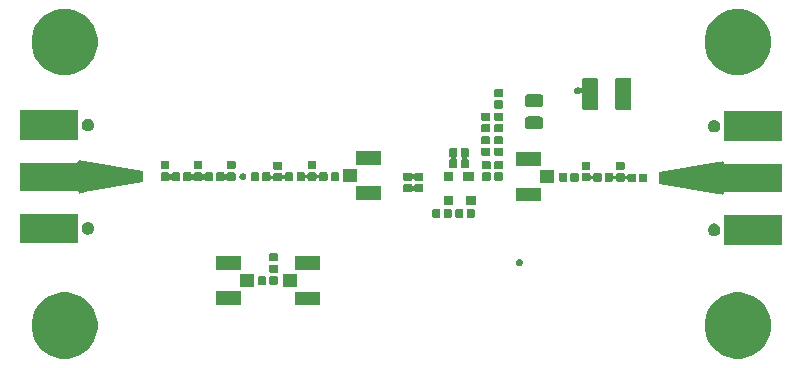
<source format=gbr>
G04 #@! TF.GenerationSoftware,KiCad,Pcbnew,5.1.2-f72e74a~84~ubuntu18.04.1*
G04 #@! TF.CreationDate,2019-08-01T22:55:58-04:00*
G04 #@! TF.ProjectId,iss-lna,6973732d-6c6e-4612-9e6b-696361645f70,rev?*
G04 #@! TF.SameCoordinates,Original*
G04 #@! TF.FileFunction,Soldermask,Top*
G04 #@! TF.FilePolarity,Negative*
%FSLAX46Y46*%
G04 Gerber Fmt 4.6, Leading zero omitted, Abs format (unit mm)*
G04 Created by KiCad (PCBNEW 5.1.2-f72e74a~84~ubuntu18.04.1) date 2019-08-01 22:55:58*
%MOMM*%
%LPD*%
G04 APERTURE LIST*
%ADD10C,0.100000*%
G04 APERTURE END LIST*
D10*
G36*
X140817021Y-67306640D02*
G01*
X141326769Y-67517785D01*
X141326771Y-67517786D01*
X141785534Y-67824321D01*
X142175679Y-68214466D01*
X142482214Y-68673229D01*
X142482215Y-68673231D01*
X142693360Y-69182979D01*
X142801000Y-69724124D01*
X142801000Y-70275876D01*
X142693360Y-70817021D01*
X142482215Y-71326769D01*
X142482214Y-71326771D01*
X142175679Y-71785534D01*
X141785534Y-72175679D01*
X141326771Y-72482214D01*
X141326770Y-72482215D01*
X141326769Y-72482215D01*
X140817021Y-72693360D01*
X140275876Y-72801000D01*
X139724124Y-72801000D01*
X139182979Y-72693360D01*
X138673231Y-72482215D01*
X138673230Y-72482215D01*
X138673229Y-72482214D01*
X138214466Y-72175679D01*
X137824321Y-71785534D01*
X137517786Y-71326771D01*
X137517785Y-71326769D01*
X137306640Y-70817021D01*
X137199000Y-70275876D01*
X137199000Y-69724124D01*
X137306640Y-69182979D01*
X137517785Y-68673231D01*
X137517786Y-68673229D01*
X137824321Y-68214466D01*
X138214466Y-67824321D01*
X138673229Y-67517786D01*
X138673231Y-67517785D01*
X139182979Y-67306640D01*
X139724124Y-67199000D01*
X140275876Y-67199000D01*
X140817021Y-67306640D01*
X140817021Y-67306640D01*
G37*
G36*
X83817021Y-67306640D02*
G01*
X84326769Y-67517785D01*
X84326771Y-67517786D01*
X84785534Y-67824321D01*
X85175679Y-68214466D01*
X85482214Y-68673229D01*
X85482215Y-68673231D01*
X85693360Y-69182979D01*
X85801000Y-69724124D01*
X85801000Y-70275876D01*
X85693360Y-70817021D01*
X85482215Y-71326769D01*
X85482214Y-71326771D01*
X85175679Y-71785534D01*
X84785534Y-72175679D01*
X84326771Y-72482214D01*
X84326770Y-72482215D01*
X84326769Y-72482215D01*
X83817021Y-72693360D01*
X83275876Y-72801000D01*
X82724124Y-72801000D01*
X82182979Y-72693360D01*
X81673231Y-72482215D01*
X81673230Y-72482215D01*
X81673229Y-72482214D01*
X81214466Y-72175679D01*
X80824321Y-71785534D01*
X80517786Y-71326771D01*
X80517785Y-71326769D01*
X80306640Y-70817021D01*
X80199000Y-70275876D01*
X80199000Y-69724124D01*
X80306640Y-69182979D01*
X80517785Y-68673231D01*
X80517786Y-68673229D01*
X80824321Y-68214466D01*
X81214466Y-67824321D01*
X81673229Y-67517786D01*
X81673231Y-67517785D01*
X82182979Y-67306640D01*
X82724124Y-67199000D01*
X83275876Y-67199000D01*
X83817021Y-67306640D01*
X83817021Y-67306640D01*
G37*
G36*
X104651000Y-68271000D02*
G01*
X102549000Y-68271000D01*
X102549000Y-67119000D01*
X104651000Y-67119000D01*
X104651000Y-68271000D01*
X104651000Y-68271000D01*
G37*
G36*
X97951000Y-68266000D02*
G01*
X95849000Y-68266000D01*
X95849000Y-67114000D01*
X97951000Y-67114000D01*
X97951000Y-68266000D01*
X97951000Y-68266000D01*
G37*
G36*
X102651000Y-66751000D02*
G01*
X101499000Y-66751000D01*
X101499000Y-65649000D01*
X102651000Y-65649000D01*
X102651000Y-66751000D01*
X102651000Y-66751000D01*
G37*
G36*
X99001000Y-66746000D02*
G01*
X97849000Y-66746000D01*
X97849000Y-65644000D01*
X99001000Y-65644000D01*
X99001000Y-66746000D01*
X99001000Y-66746000D01*
G37*
G36*
X99971938Y-65831716D02*
G01*
X99992557Y-65837971D01*
X100011553Y-65848124D01*
X100028208Y-65861792D01*
X100041876Y-65878447D01*
X100052029Y-65897443D01*
X100058284Y-65918062D01*
X100061000Y-65945640D01*
X100061000Y-66454360D01*
X100058284Y-66481938D01*
X100052029Y-66502557D01*
X100041876Y-66521553D01*
X100028208Y-66538208D01*
X100011553Y-66551876D01*
X99992557Y-66562029D01*
X99971938Y-66568284D01*
X99944360Y-66571000D01*
X99485640Y-66571000D01*
X99458062Y-66568284D01*
X99437443Y-66562029D01*
X99418447Y-66551876D01*
X99401792Y-66538208D01*
X99388124Y-66521553D01*
X99377971Y-66502557D01*
X99371716Y-66481938D01*
X99369000Y-66454360D01*
X99369000Y-65945640D01*
X99371716Y-65918062D01*
X99377971Y-65897443D01*
X99388124Y-65878447D01*
X99401792Y-65861792D01*
X99418447Y-65848124D01*
X99437443Y-65837971D01*
X99458062Y-65831716D01*
X99485640Y-65829000D01*
X99944360Y-65829000D01*
X99971938Y-65831716D01*
X99971938Y-65831716D01*
G37*
G36*
X100941938Y-65831716D02*
G01*
X100962557Y-65837971D01*
X100981553Y-65848124D01*
X100998208Y-65861792D01*
X101011876Y-65878447D01*
X101022029Y-65897443D01*
X101028284Y-65918062D01*
X101031000Y-65945640D01*
X101031000Y-66454360D01*
X101028284Y-66481938D01*
X101022029Y-66502557D01*
X101011876Y-66521553D01*
X100998208Y-66538208D01*
X100981553Y-66551876D01*
X100962557Y-66562029D01*
X100941938Y-66568284D01*
X100914360Y-66571000D01*
X100455640Y-66571000D01*
X100428062Y-66568284D01*
X100407443Y-66562029D01*
X100388447Y-66551876D01*
X100371792Y-66538208D01*
X100358124Y-66521553D01*
X100347971Y-66502557D01*
X100341716Y-66481938D01*
X100339000Y-66454360D01*
X100339000Y-65945640D01*
X100341716Y-65918062D01*
X100347971Y-65897443D01*
X100358124Y-65878447D01*
X100371792Y-65861792D01*
X100388447Y-65848124D01*
X100407443Y-65837971D01*
X100428062Y-65831716D01*
X100455640Y-65829000D01*
X100914360Y-65829000D01*
X100941938Y-65831716D01*
X100941938Y-65831716D01*
G37*
G36*
X100981938Y-64841716D02*
G01*
X101002557Y-64847971D01*
X101021553Y-64858124D01*
X101038208Y-64871792D01*
X101051876Y-64888447D01*
X101062029Y-64907443D01*
X101068284Y-64928062D01*
X101071000Y-64955640D01*
X101071000Y-65414360D01*
X101068284Y-65441938D01*
X101062029Y-65462557D01*
X101051876Y-65481553D01*
X101038208Y-65498208D01*
X101021553Y-65511876D01*
X101002557Y-65522029D01*
X100981938Y-65528284D01*
X100954360Y-65531000D01*
X100445640Y-65531000D01*
X100418062Y-65528284D01*
X100397443Y-65522029D01*
X100378447Y-65511876D01*
X100361792Y-65498208D01*
X100348124Y-65481553D01*
X100337971Y-65462557D01*
X100331716Y-65441938D01*
X100329000Y-65414360D01*
X100329000Y-64955640D01*
X100331716Y-64928062D01*
X100337971Y-64907443D01*
X100348124Y-64888447D01*
X100361792Y-64871792D01*
X100378447Y-64858124D01*
X100397443Y-64847971D01*
X100418062Y-64841716D01*
X100445640Y-64839000D01*
X100954360Y-64839000D01*
X100981938Y-64841716D01*
X100981938Y-64841716D01*
G37*
G36*
X104651000Y-65281000D02*
G01*
X102549000Y-65281000D01*
X102549000Y-64129000D01*
X104651000Y-64129000D01*
X104651000Y-65281000D01*
X104651000Y-65281000D01*
G37*
G36*
X97951000Y-65276000D02*
G01*
X95849000Y-65276000D01*
X95849000Y-64124000D01*
X97951000Y-64124000D01*
X97951000Y-65276000D01*
X97951000Y-65276000D01*
G37*
G36*
X121587797Y-64360567D02*
G01*
X121642575Y-64383257D01*
X121642577Y-64383258D01*
X121691876Y-64416198D01*
X121733802Y-64458124D01*
X121756809Y-64492557D01*
X121766743Y-64507425D01*
X121789433Y-64562203D01*
X121801000Y-64620353D01*
X121801000Y-64679647D01*
X121789433Y-64737797D01*
X121766743Y-64792575D01*
X121766742Y-64792577D01*
X121733802Y-64841876D01*
X121691876Y-64883802D01*
X121642577Y-64916742D01*
X121642576Y-64916743D01*
X121642575Y-64916743D01*
X121587797Y-64939433D01*
X121529647Y-64951000D01*
X121470353Y-64951000D01*
X121412203Y-64939433D01*
X121357425Y-64916743D01*
X121357424Y-64916743D01*
X121357423Y-64916742D01*
X121308124Y-64883802D01*
X121266198Y-64841876D01*
X121233258Y-64792577D01*
X121233257Y-64792575D01*
X121210567Y-64737797D01*
X121199000Y-64679647D01*
X121199000Y-64620353D01*
X121210567Y-64562203D01*
X121233257Y-64507425D01*
X121243191Y-64492557D01*
X121266198Y-64458124D01*
X121308124Y-64416198D01*
X121357423Y-64383258D01*
X121357425Y-64383257D01*
X121412203Y-64360567D01*
X121470353Y-64349000D01*
X121529647Y-64349000D01*
X121587797Y-64360567D01*
X121587797Y-64360567D01*
G37*
G36*
X100981938Y-63871716D02*
G01*
X101002557Y-63877971D01*
X101021553Y-63888124D01*
X101038208Y-63901792D01*
X101051876Y-63918447D01*
X101062029Y-63937443D01*
X101068284Y-63958062D01*
X101071000Y-63985640D01*
X101071000Y-64444360D01*
X101068284Y-64471938D01*
X101062029Y-64492557D01*
X101051876Y-64511553D01*
X101038208Y-64528208D01*
X101021553Y-64541876D01*
X101002557Y-64552029D01*
X100981938Y-64558284D01*
X100954360Y-64561000D01*
X100445640Y-64561000D01*
X100418062Y-64558284D01*
X100397443Y-64552029D01*
X100378447Y-64541876D01*
X100361792Y-64528208D01*
X100348124Y-64511553D01*
X100337971Y-64492557D01*
X100331716Y-64471938D01*
X100329000Y-64444360D01*
X100329000Y-63985640D01*
X100331716Y-63958062D01*
X100337971Y-63937443D01*
X100348124Y-63918447D01*
X100361792Y-63901792D01*
X100378447Y-63888124D01*
X100397443Y-63877971D01*
X100418062Y-63871716D01*
X100445640Y-63869000D01*
X100954360Y-63869000D01*
X100981938Y-63871716D01*
X100981938Y-63871716D01*
G37*
G36*
X143766000Y-63139000D02*
G01*
X138834000Y-63139000D01*
X138834000Y-60624000D01*
X143766000Y-60624000D01*
X143766000Y-63139000D01*
X143766000Y-63139000D01*
G37*
G36*
X84131000Y-63029000D02*
G01*
X79199000Y-63029000D01*
X79199000Y-60514000D01*
X84131000Y-60514000D01*
X84131000Y-63029000D01*
X84131000Y-63029000D01*
G37*
G36*
X138151645Y-61368405D02*
G01*
X138248753Y-61408629D01*
X138336149Y-61467025D01*
X138410475Y-61541351D01*
X138468871Y-61628747D01*
X138509095Y-61725855D01*
X138529600Y-61828944D01*
X138529600Y-61934056D01*
X138509095Y-62037145D01*
X138468871Y-62134253D01*
X138410475Y-62221649D01*
X138336149Y-62295975D01*
X138248753Y-62354371D01*
X138151645Y-62394595D01*
X138048556Y-62415100D01*
X137943444Y-62415100D01*
X137840355Y-62394595D01*
X137743247Y-62354371D01*
X137655851Y-62295975D01*
X137581525Y-62221649D01*
X137523129Y-62134253D01*
X137482905Y-62037145D01*
X137462400Y-61934056D01*
X137462400Y-61828944D01*
X137482905Y-61725855D01*
X137523129Y-61628747D01*
X137581525Y-61541351D01*
X137655851Y-61467025D01*
X137743247Y-61408629D01*
X137840355Y-61368405D01*
X137943444Y-61347900D01*
X138048556Y-61347900D01*
X138151645Y-61368405D01*
X138151645Y-61368405D01*
G37*
G36*
X85124645Y-61258405D02*
G01*
X85221753Y-61298629D01*
X85309149Y-61357025D01*
X85383475Y-61431351D01*
X85441871Y-61518747D01*
X85482095Y-61615855D01*
X85502600Y-61718944D01*
X85502600Y-61824056D01*
X85482095Y-61927145D01*
X85441871Y-62024253D01*
X85383475Y-62111649D01*
X85309149Y-62185975D01*
X85221753Y-62244371D01*
X85124645Y-62284595D01*
X85021556Y-62305100D01*
X84916444Y-62305100D01*
X84813355Y-62284595D01*
X84716247Y-62244371D01*
X84628851Y-62185975D01*
X84554525Y-62111649D01*
X84496129Y-62024253D01*
X84455905Y-61927145D01*
X84435400Y-61824056D01*
X84435400Y-61718944D01*
X84455905Y-61615855D01*
X84496129Y-61518747D01*
X84554525Y-61431351D01*
X84628851Y-61357025D01*
X84716247Y-61298629D01*
X84813355Y-61258405D01*
X84916444Y-61237900D01*
X85021556Y-61237900D01*
X85124645Y-61258405D01*
X85124645Y-61258405D01*
G37*
G36*
X114721938Y-60131716D02*
G01*
X114742557Y-60137971D01*
X114761553Y-60148124D01*
X114778208Y-60161792D01*
X114791876Y-60178447D01*
X114802029Y-60197443D01*
X114808284Y-60218062D01*
X114811000Y-60245640D01*
X114811000Y-60754360D01*
X114808284Y-60781938D01*
X114802029Y-60802557D01*
X114791876Y-60821553D01*
X114778208Y-60838208D01*
X114761553Y-60851876D01*
X114742557Y-60862029D01*
X114721938Y-60868284D01*
X114694360Y-60871000D01*
X114235640Y-60871000D01*
X114208062Y-60868284D01*
X114187443Y-60862029D01*
X114168447Y-60851876D01*
X114151792Y-60838208D01*
X114138124Y-60821553D01*
X114127971Y-60802557D01*
X114121716Y-60781938D01*
X114119000Y-60754360D01*
X114119000Y-60245640D01*
X114121716Y-60218062D01*
X114127971Y-60197443D01*
X114138124Y-60178447D01*
X114151792Y-60161792D01*
X114168447Y-60148124D01*
X114187443Y-60137971D01*
X114208062Y-60131716D01*
X114235640Y-60129000D01*
X114694360Y-60129000D01*
X114721938Y-60131716D01*
X114721938Y-60131716D01*
G37*
G36*
X115691938Y-60131716D02*
G01*
X115712557Y-60137971D01*
X115731553Y-60148124D01*
X115748208Y-60161792D01*
X115761876Y-60178447D01*
X115772029Y-60197443D01*
X115778284Y-60218062D01*
X115781000Y-60245640D01*
X115781000Y-60754360D01*
X115778284Y-60781938D01*
X115772029Y-60802557D01*
X115761876Y-60821553D01*
X115748208Y-60838208D01*
X115731553Y-60851876D01*
X115712557Y-60862029D01*
X115691938Y-60868284D01*
X115664360Y-60871000D01*
X115205640Y-60871000D01*
X115178062Y-60868284D01*
X115157443Y-60862029D01*
X115138447Y-60851876D01*
X115121792Y-60838208D01*
X115108124Y-60821553D01*
X115097971Y-60802557D01*
X115091716Y-60781938D01*
X115089000Y-60754360D01*
X115089000Y-60245640D01*
X115091716Y-60218062D01*
X115097971Y-60197443D01*
X115108124Y-60178447D01*
X115121792Y-60161792D01*
X115138447Y-60148124D01*
X115157443Y-60137971D01*
X115178062Y-60131716D01*
X115205640Y-60129000D01*
X115664360Y-60129000D01*
X115691938Y-60131716D01*
X115691938Y-60131716D01*
G37*
G36*
X117641938Y-60131716D02*
G01*
X117662557Y-60137971D01*
X117681553Y-60148124D01*
X117698208Y-60161792D01*
X117711876Y-60178447D01*
X117722029Y-60197443D01*
X117728284Y-60218062D01*
X117731000Y-60245640D01*
X117731000Y-60754360D01*
X117728284Y-60781938D01*
X117722029Y-60802557D01*
X117711876Y-60821553D01*
X117698208Y-60838208D01*
X117681553Y-60851876D01*
X117662557Y-60862029D01*
X117641938Y-60868284D01*
X117614360Y-60871000D01*
X117155640Y-60871000D01*
X117128062Y-60868284D01*
X117107443Y-60862029D01*
X117088447Y-60851876D01*
X117071792Y-60838208D01*
X117058124Y-60821553D01*
X117047971Y-60802557D01*
X117041716Y-60781938D01*
X117039000Y-60754360D01*
X117039000Y-60245640D01*
X117041716Y-60218062D01*
X117047971Y-60197443D01*
X117058124Y-60178447D01*
X117071792Y-60161792D01*
X117088447Y-60148124D01*
X117107443Y-60137971D01*
X117128062Y-60131716D01*
X117155640Y-60129000D01*
X117614360Y-60129000D01*
X117641938Y-60131716D01*
X117641938Y-60131716D01*
G37*
G36*
X116671938Y-60131716D02*
G01*
X116692557Y-60137971D01*
X116711553Y-60148124D01*
X116728208Y-60161792D01*
X116741876Y-60178447D01*
X116752029Y-60197443D01*
X116758284Y-60218062D01*
X116761000Y-60245640D01*
X116761000Y-60754360D01*
X116758284Y-60781938D01*
X116752029Y-60802557D01*
X116741876Y-60821553D01*
X116728208Y-60838208D01*
X116711553Y-60851876D01*
X116692557Y-60862029D01*
X116671938Y-60868284D01*
X116644360Y-60871000D01*
X116185640Y-60871000D01*
X116158062Y-60868284D01*
X116137443Y-60862029D01*
X116118447Y-60851876D01*
X116101792Y-60838208D01*
X116088124Y-60821553D01*
X116077971Y-60802557D01*
X116071716Y-60781938D01*
X116069000Y-60754360D01*
X116069000Y-60245640D01*
X116071716Y-60218062D01*
X116077971Y-60197443D01*
X116088124Y-60178447D01*
X116101792Y-60161792D01*
X116118447Y-60148124D01*
X116137443Y-60137971D01*
X116158062Y-60131716D01*
X116185640Y-60129000D01*
X116644360Y-60129000D01*
X116671938Y-60131716D01*
X116671938Y-60131716D01*
G37*
G36*
X117800000Y-59800000D02*
G01*
X117000000Y-59800000D01*
X117000000Y-59000000D01*
X117800000Y-59000000D01*
X117800000Y-59800000D01*
X117800000Y-59800000D01*
G37*
G36*
X115900000Y-59800000D02*
G01*
X115100000Y-59800000D01*
X115100000Y-59000000D01*
X115900000Y-59000000D01*
X115900000Y-59800000D01*
X115900000Y-59800000D01*
G37*
G36*
X123351000Y-59471000D02*
G01*
X121249000Y-59471000D01*
X121249000Y-58319000D01*
X123351000Y-58319000D01*
X123351000Y-59471000D01*
X123351000Y-59471000D01*
G37*
G36*
X109751000Y-59371000D02*
G01*
X107649000Y-59371000D01*
X107649000Y-58219000D01*
X109751000Y-58219000D01*
X109751000Y-59371000D01*
X109751000Y-59371000D01*
G37*
G36*
X138668900Y-56068776D02*
G01*
X138668900Y-56068775D01*
X138704419Y-56104294D01*
X138723355Y-56119834D01*
X138744966Y-56131385D01*
X138768415Y-56138498D01*
X138772864Y-56138936D01*
X138773302Y-56143385D01*
X138780415Y-56166834D01*
X138791966Y-56188445D01*
X138807506Y-56207381D01*
X138869519Y-56269394D01*
X138888455Y-56284934D01*
X138910066Y-56296485D01*
X138933515Y-56303598D01*
X138957901Y-56306000D01*
X143766000Y-56306000D01*
X143766000Y-58694000D01*
X138957901Y-58694000D01*
X138933515Y-58696402D01*
X138910066Y-58703515D01*
X138888455Y-58715066D01*
X138869519Y-58730606D01*
X138807506Y-58792619D01*
X138791966Y-58811555D01*
X138780415Y-58833166D01*
X138773302Y-58856615D01*
X138772864Y-58861064D01*
X138768415Y-58861502D01*
X138744966Y-58868615D01*
X138723355Y-58880166D01*
X138704419Y-58895706D01*
X138668900Y-58931225D01*
X138668900Y-58931224D01*
X138660427Y-58939697D01*
X138659385Y-58936264D01*
X138647834Y-58914653D01*
X138632289Y-58895711D01*
X138613347Y-58880166D01*
X138591736Y-58868615D01*
X138568287Y-58861502D01*
X138543901Y-58859100D01*
X138492943Y-58859100D01*
X138480692Y-58859702D01*
X138464179Y-58861328D01*
X138445670Y-58859749D01*
X138445640Y-58860102D01*
X138433903Y-58859100D01*
X138363836Y-58859100D01*
X138359347Y-58855416D01*
X138337736Y-58843865D01*
X138311075Y-58836156D01*
X133342259Y-57982140D01*
X133326633Y-57977843D01*
X133317654Y-57973342D01*
X133309718Y-57967169D01*
X133303150Y-57959578D01*
X133298183Y-57950843D01*
X133297110Y-57947612D01*
X133295016Y-57941308D01*
X133293753Y-57930000D01*
X133293753Y-57928458D01*
X133293148Y-57923043D01*
X133293148Y-57076140D01*
X133294737Y-57060001D01*
X133297652Y-57050392D01*
X133302390Y-57041528D01*
X133308763Y-57033763D01*
X133316528Y-57027390D01*
X133324661Y-57023043D01*
X133324662Y-57023043D01*
X133325389Y-57022654D01*
X133336319Y-57019494D01*
X133337843Y-57019232D01*
X133343073Y-57017720D01*
X138311075Y-56163844D01*
X138334702Y-56157346D01*
X138356607Y-56146363D01*
X138363630Y-56140900D01*
X138433903Y-56140900D01*
X138444017Y-56140037D01*
X138444042Y-56140380D01*
X138466343Y-56138770D01*
X138475664Y-56139935D01*
X138491164Y-56140900D01*
X138543901Y-56140900D01*
X138568287Y-56138498D01*
X138591736Y-56131385D01*
X138613347Y-56119834D01*
X138632289Y-56104289D01*
X138647834Y-56085347D01*
X138659385Y-56063736D01*
X138660427Y-56060303D01*
X138668900Y-56068776D01*
X138668900Y-56068776D01*
G37*
G36*
X84305615Y-55953736D02*
G01*
X84317166Y-55975347D01*
X84332711Y-55994289D01*
X84351653Y-56009834D01*
X84373264Y-56021385D01*
X84396713Y-56028498D01*
X84421099Y-56030900D01*
X84472057Y-56030900D01*
X84484308Y-56030298D01*
X84500821Y-56028672D01*
X84519330Y-56030251D01*
X84519360Y-56029898D01*
X84531097Y-56030900D01*
X84601164Y-56030900D01*
X84605653Y-56034584D01*
X84627264Y-56046135D01*
X84653925Y-56053844D01*
X89622741Y-56907860D01*
X89638367Y-56912157D01*
X89647346Y-56916658D01*
X89655282Y-56922831D01*
X89661850Y-56930422D01*
X89666817Y-56939157D01*
X89666817Y-56939158D01*
X89669984Y-56948692D01*
X89671247Y-56960000D01*
X89671247Y-56961542D01*
X89671852Y-56966957D01*
X89671852Y-57813860D01*
X89670263Y-57829999D01*
X89667348Y-57839608D01*
X89662610Y-57848472D01*
X89656237Y-57856237D01*
X89648472Y-57862610D01*
X89640339Y-57866957D01*
X89639611Y-57867346D01*
X89628681Y-57870506D01*
X89627157Y-57870768D01*
X89621927Y-57872280D01*
X84653925Y-58726156D01*
X84630298Y-58732654D01*
X84608393Y-58743637D01*
X84601370Y-58749100D01*
X84531097Y-58749100D01*
X84520983Y-58749963D01*
X84520958Y-58749620D01*
X84498657Y-58751230D01*
X84489336Y-58750065D01*
X84473836Y-58749100D01*
X84421099Y-58749100D01*
X84396713Y-58751502D01*
X84373264Y-58758615D01*
X84351653Y-58770166D01*
X84332711Y-58785711D01*
X84317166Y-58804653D01*
X84305615Y-58826264D01*
X84304573Y-58829697D01*
X84296100Y-58821224D01*
X84296100Y-58821225D01*
X84260581Y-58785706D01*
X84241645Y-58770166D01*
X84220034Y-58758615D01*
X84196585Y-58751502D01*
X84192136Y-58751064D01*
X84191698Y-58746615D01*
X84184585Y-58723166D01*
X84173034Y-58701555D01*
X84157494Y-58682619D01*
X84095481Y-58620606D01*
X84076545Y-58605066D01*
X84054934Y-58593515D01*
X84031485Y-58586402D01*
X84007099Y-58584000D01*
X79199000Y-58584000D01*
X79199000Y-56196000D01*
X84007099Y-56196000D01*
X84031485Y-56193598D01*
X84054934Y-56186485D01*
X84076545Y-56174934D01*
X84095481Y-56159394D01*
X84157494Y-56097381D01*
X84173034Y-56078445D01*
X84184585Y-56056834D01*
X84191698Y-56033385D01*
X84192136Y-56028936D01*
X84196585Y-56028498D01*
X84220034Y-56021385D01*
X84241645Y-56009834D01*
X84260581Y-55994294D01*
X84296100Y-55958775D01*
X84296100Y-55958776D01*
X84304573Y-55950303D01*
X84305615Y-55953736D01*
X84305615Y-55953736D01*
G37*
G36*
X112331938Y-58021716D02*
G01*
X112352557Y-58027971D01*
X112371553Y-58038124D01*
X112388208Y-58051792D01*
X112401876Y-58068447D01*
X112414762Y-58092555D01*
X112428376Y-58112929D01*
X112445703Y-58130256D01*
X112466078Y-58143869D01*
X112488717Y-58153246D01*
X112512750Y-58158026D01*
X112537254Y-58158026D01*
X112561287Y-58153245D01*
X112583926Y-58143867D01*
X112604300Y-58130253D01*
X112621627Y-58112926D01*
X112635238Y-58092555D01*
X112648124Y-58068447D01*
X112661792Y-58051792D01*
X112678447Y-58038124D01*
X112697443Y-58027971D01*
X112718062Y-58021716D01*
X112745640Y-58019000D01*
X113254360Y-58019000D01*
X113281938Y-58021716D01*
X113302557Y-58027971D01*
X113321553Y-58038124D01*
X113338208Y-58051792D01*
X113351876Y-58068447D01*
X113362029Y-58087443D01*
X113368284Y-58108062D01*
X113371000Y-58135640D01*
X113371000Y-58594360D01*
X113368284Y-58621938D01*
X113362029Y-58642557D01*
X113351876Y-58661553D01*
X113338208Y-58678208D01*
X113321553Y-58691876D01*
X113302557Y-58702029D01*
X113281938Y-58708284D01*
X113254360Y-58711000D01*
X112745640Y-58711000D01*
X112718062Y-58708284D01*
X112697443Y-58702029D01*
X112678447Y-58691876D01*
X112661792Y-58678208D01*
X112648124Y-58661553D01*
X112635238Y-58637445D01*
X112621624Y-58617071D01*
X112604297Y-58599744D01*
X112583922Y-58586131D01*
X112561283Y-58576754D01*
X112537250Y-58571974D01*
X112512746Y-58571974D01*
X112488713Y-58576755D01*
X112466074Y-58586133D01*
X112445700Y-58599747D01*
X112428373Y-58617074D01*
X112414762Y-58637445D01*
X112401876Y-58661553D01*
X112388208Y-58678208D01*
X112371553Y-58691876D01*
X112352557Y-58702029D01*
X112331938Y-58708284D01*
X112304360Y-58711000D01*
X111795640Y-58711000D01*
X111768062Y-58708284D01*
X111747443Y-58702029D01*
X111728447Y-58691876D01*
X111711792Y-58678208D01*
X111698124Y-58661553D01*
X111687971Y-58642557D01*
X111681716Y-58621938D01*
X111679000Y-58594360D01*
X111679000Y-58135640D01*
X111681716Y-58108062D01*
X111687971Y-58087443D01*
X111698124Y-58068447D01*
X111711792Y-58051792D01*
X111728447Y-58038124D01*
X111747443Y-58027971D01*
X111768062Y-58021716D01*
X111795640Y-58019000D01*
X112304360Y-58019000D01*
X112331938Y-58021716D01*
X112331938Y-58021716D01*
G37*
G36*
X124401000Y-57951000D02*
G01*
X123249000Y-57951000D01*
X123249000Y-56849000D01*
X124401000Y-56849000D01*
X124401000Y-57951000D01*
X124401000Y-57951000D01*
G37*
G36*
X129341938Y-57081716D02*
G01*
X129362557Y-57087971D01*
X129381553Y-57098124D01*
X129398208Y-57111792D01*
X129411876Y-57128447D01*
X129422029Y-57147443D01*
X129428284Y-57168062D01*
X129431000Y-57195640D01*
X129431000Y-57204214D01*
X129433402Y-57228600D01*
X129440515Y-57252049D01*
X129452066Y-57273660D01*
X129467611Y-57292602D01*
X129486553Y-57308147D01*
X129508164Y-57319698D01*
X129531613Y-57326811D01*
X129555999Y-57329213D01*
X129580385Y-57326811D01*
X129603834Y-57319698D01*
X129625445Y-57308147D01*
X129644387Y-57292602D01*
X129659932Y-57273660D01*
X129671483Y-57252049D01*
X129678596Y-57228600D01*
X129680396Y-57216466D01*
X129681716Y-57203062D01*
X129687971Y-57182443D01*
X129698124Y-57163447D01*
X129711792Y-57146792D01*
X129728447Y-57133124D01*
X129747443Y-57122971D01*
X129768062Y-57116716D01*
X129795640Y-57114000D01*
X130304360Y-57114000D01*
X130331938Y-57116716D01*
X130352557Y-57122971D01*
X130371553Y-57133124D01*
X130388208Y-57146792D01*
X130401876Y-57163447D01*
X130412029Y-57182443D01*
X130418284Y-57203062D01*
X130421342Y-57234110D01*
X130426123Y-57258143D01*
X130435500Y-57280782D01*
X130449114Y-57301156D01*
X130466441Y-57318483D01*
X130486815Y-57332097D01*
X130509454Y-57341474D01*
X130533488Y-57346254D01*
X130557992Y-57346254D01*
X130582025Y-57341473D01*
X130604664Y-57332096D01*
X130625038Y-57318482D01*
X130642365Y-57301155D01*
X130655979Y-57280781D01*
X130665356Y-57258142D01*
X130670136Y-57234107D01*
X130671716Y-57218062D01*
X130677971Y-57197443D01*
X130688124Y-57178447D01*
X130701792Y-57161792D01*
X130718447Y-57148124D01*
X130737443Y-57137971D01*
X130758062Y-57131716D01*
X130785640Y-57129000D01*
X131244360Y-57129000D01*
X131271938Y-57131716D01*
X131292557Y-57137971D01*
X131311553Y-57148124D01*
X131328208Y-57161792D01*
X131341876Y-57178447D01*
X131352029Y-57197443D01*
X131358284Y-57218062D01*
X131361000Y-57245640D01*
X131361000Y-57754360D01*
X131358284Y-57781938D01*
X131352029Y-57802557D01*
X131341876Y-57821553D01*
X131328208Y-57838208D01*
X131311553Y-57851876D01*
X131292557Y-57862029D01*
X131271938Y-57868284D01*
X131244360Y-57871000D01*
X130785640Y-57871000D01*
X130758062Y-57868284D01*
X130737443Y-57862029D01*
X130718447Y-57851876D01*
X130701792Y-57838208D01*
X130688124Y-57821553D01*
X130677971Y-57802557D01*
X130671716Y-57781938D01*
X130669000Y-57754360D01*
X130669000Y-57715786D01*
X130666598Y-57691400D01*
X130659485Y-57667951D01*
X130647934Y-57646340D01*
X130632389Y-57627398D01*
X130613447Y-57611853D01*
X130591836Y-57600302D01*
X130568387Y-57593189D01*
X130544001Y-57590787D01*
X130519615Y-57593189D01*
X130496166Y-57600302D01*
X130474555Y-57611853D01*
X130455613Y-57627398D01*
X130440068Y-57646340D01*
X130428517Y-57667951D01*
X130421404Y-57691400D01*
X130419604Y-57703534D01*
X130418284Y-57716938D01*
X130412029Y-57737557D01*
X130401876Y-57756553D01*
X130388208Y-57773208D01*
X130371553Y-57786876D01*
X130352557Y-57797029D01*
X130331938Y-57803284D01*
X130304360Y-57806000D01*
X129795640Y-57806000D01*
X129768062Y-57803284D01*
X129747443Y-57797029D01*
X129728447Y-57786876D01*
X129711792Y-57773208D01*
X129698124Y-57756553D01*
X129687971Y-57737557D01*
X129681716Y-57716938D01*
X129680136Y-57700893D01*
X129675356Y-57676859D01*
X129665979Y-57654220D01*
X129652366Y-57633846D01*
X129635039Y-57616519D01*
X129614665Y-57602905D01*
X129592026Y-57593527D01*
X129567993Y-57588746D01*
X129543489Y-57588746D01*
X129519455Y-57593526D01*
X129496816Y-57602903D01*
X129476442Y-57616516D01*
X129459115Y-57633843D01*
X129445501Y-57654217D01*
X129436123Y-57676856D01*
X129431342Y-57700890D01*
X129428284Y-57731938D01*
X129422029Y-57752557D01*
X129411876Y-57771553D01*
X129398208Y-57788208D01*
X129381553Y-57801876D01*
X129362557Y-57812029D01*
X129341938Y-57818284D01*
X129314360Y-57821000D01*
X128855640Y-57821000D01*
X128828062Y-57818284D01*
X128807443Y-57812029D01*
X128788447Y-57801876D01*
X128771792Y-57788208D01*
X128758124Y-57771553D01*
X128747971Y-57752557D01*
X128741716Y-57731938D01*
X128739000Y-57704360D01*
X128739000Y-57195640D01*
X128741716Y-57168062D01*
X128747971Y-57147443D01*
X128758124Y-57128447D01*
X128771792Y-57111792D01*
X128788447Y-57098124D01*
X128807443Y-57087971D01*
X128828062Y-57081716D01*
X128855640Y-57079000D01*
X129314360Y-57079000D01*
X129341938Y-57081716D01*
X129341938Y-57081716D01*
G37*
G36*
X132241938Y-57131716D02*
G01*
X132262557Y-57137971D01*
X132281553Y-57148124D01*
X132298208Y-57161792D01*
X132311876Y-57178447D01*
X132322029Y-57197443D01*
X132328284Y-57218062D01*
X132331000Y-57245640D01*
X132331000Y-57754360D01*
X132328284Y-57781938D01*
X132322029Y-57802557D01*
X132311876Y-57821553D01*
X132298208Y-57838208D01*
X132281553Y-57851876D01*
X132262557Y-57862029D01*
X132241938Y-57868284D01*
X132214360Y-57871000D01*
X131755640Y-57871000D01*
X131728062Y-57868284D01*
X131707443Y-57862029D01*
X131688447Y-57851876D01*
X131671792Y-57838208D01*
X131658124Y-57821553D01*
X131647971Y-57802557D01*
X131641716Y-57781938D01*
X131639000Y-57754360D01*
X131639000Y-57245640D01*
X131641716Y-57218062D01*
X131647971Y-57197443D01*
X131658124Y-57178447D01*
X131671792Y-57161792D01*
X131688447Y-57148124D01*
X131707443Y-57137971D01*
X131728062Y-57131716D01*
X131755640Y-57129000D01*
X132214360Y-57129000D01*
X132241938Y-57131716D01*
X132241938Y-57131716D01*
G37*
G36*
X107751000Y-57851000D02*
G01*
X106599000Y-57851000D01*
X106599000Y-56749000D01*
X107751000Y-56749000D01*
X107751000Y-57851000D01*
X107751000Y-57851000D01*
G37*
G36*
X125456938Y-57081716D02*
G01*
X125477557Y-57087971D01*
X125496553Y-57098124D01*
X125513208Y-57111792D01*
X125526876Y-57128447D01*
X125537029Y-57147443D01*
X125543284Y-57168062D01*
X125546000Y-57195640D01*
X125546000Y-57704360D01*
X125543284Y-57731938D01*
X125537029Y-57752557D01*
X125526876Y-57771553D01*
X125513208Y-57788208D01*
X125496553Y-57801876D01*
X125477557Y-57812029D01*
X125456938Y-57818284D01*
X125429360Y-57821000D01*
X124970640Y-57821000D01*
X124943062Y-57818284D01*
X124922443Y-57812029D01*
X124903447Y-57801876D01*
X124886792Y-57788208D01*
X124873124Y-57771553D01*
X124862971Y-57752557D01*
X124856716Y-57731938D01*
X124854000Y-57704360D01*
X124854000Y-57195640D01*
X124856716Y-57168062D01*
X124862971Y-57147443D01*
X124873124Y-57128447D01*
X124886792Y-57111792D01*
X124903447Y-57098124D01*
X124922443Y-57087971D01*
X124943062Y-57081716D01*
X124970640Y-57079000D01*
X125429360Y-57079000D01*
X125456938Y-57081716D01*
X125456938Y-57081716D01*
G37*
G36*
X128371938Y-57081716D02*
G01*
X128392557Y-57087971D01*
X128411553Y-57098124D01*
X128428208Y-57111792D01*
X128441876Y-57128447D01*
X128452029Y-57147443D01*
X128458284Y-57168062D01*
X128461000Y-57195640D01*
X128461000Y-57704360D01*
X128458284Y-57731938D01*
X128452029Y-57752557D01*
X128441876Y-57771553D01*
X128428208Y-57788208D01*
X128411553Y-57801876D01*
X128392557Y-57812029D01*
X128371938Y-57818284D01*
X128344360Y-57821000D01*
X127885640Y-57821000D01*
X127858062Y-57818284D01*
X127837443Y-57812029D01*
X127818447Y-57801876D01*
X127801792Y-57788208D01*
X127788124Y-57771553D01*
X127777971Y-57752557D01*
X127771716Y-57731938D01*
X127769000Y-57704360D01*
X127769000Y-57690786D01*
X127766598Y-57666400D01*
X127759485Y-57642951D01*
X127747934Y-57621340D01*
X127732389Y-57602398D01*
X127713447Y-57586853D01*
X127691836Y-57575302D01*
X127668387Y-57568189D01*
X127644001Y-57565787D01*
X127619615Y-57568189D01*
X127596166Y-57575302D01*
X127574555Y-57586853D01*
X127555613Y-57602398D01*
X127540068Y-57621340D01*
X127528517Y-57642951D01*
X127521404Y-57666400D01*
X127519604Y-57678534D01*
X127518284Y-57691938D01*
X127512029Y-57712557D01*
X127501876Y-57731553D01*
X127488208Y-57748208D01*
X127471553Y-57761876D01*
X127452557Y-57772029D01*
X127431938Y-57778284D01*
X127404360Y-57781000D01*
X126895640Y-57781000D01*
X126868062Y-57778284D01*
X126847443Y-57772029D01*
X126828447Y-57761876D01*
X126811792Y-57748208D01*
X126798124Y-57731553D01*
X126787971Y-57712557D01*
X126781716Y-57691938D01*
X126779000Y-57664360D01*
X126779000Y-57205640D01*
X126781716Y-57178062D01*
X126787971Y-57157443D01*
X126798124Y-57138447D01*
X126811792Y-57121792D01*
X126828447Y-57108124D01*
X126847443Y-57097971D01*
X126868062Y-57091716D01*
X126895640Y-57089000D01*
X127404360Y-57089000D01*
X127431938Y-57091716D01*
X127452557Y-57097971D01*
X127471553Y-57108124D01*
X127488208Y-57121792D01*
X127501876Y-57138447D01*
X127512029Y-57157443D01*
X127518284Y-57178062D01*
X127520111Y-57196611D01*
X127524892Y-57220644D01*
X127534269Y-57243282D01*
X127547883Y-57263657D01*
X127565211Y-57280983D01*
X127585585Y-57294597D01*
X127608224Y-57303974D01*
X127632257Y-57308754D01*
X127656762Y-57308754D01*
X127680795Y-57303973D01*
X127703433Y-57294596D01*
X127723808Y-57280982D01*
X127741134Y-57263654D01*
X127754748Y-57243280D01*
X127764125Y-57220641D01*
X127768905Y-57196607D01*
X127771716Y-57168062D01*
X127777971Y-57147443D01*
X127788124Y-57128447D01*
X127801792Y-57111792D01*
X127818447Y-57098124D01*
X127837443Y-57087971D01*
X127858062Y-57081716D01*
X127885640Y-57079000D01*
X128344360Y-57079000D01*
X128371938Y-57081716D01*
X128371938Y-57081716D01*
G37*
G36*
X126426938Y-57081716D02*
G01*
X126447557Y-57087971D01*
X126466553Y-57098124D01*
X126483208Y-57111792D01*
X126496876Y-57128447D01*
X126507029Y-57147443D01*
X126513284Y-57168062D01*
X126516000Y-57195640D01*
X126516000Y-57704360D01*
X126513284Y-57731938D01*
X126507029Y-57752557D01*
X126496876Y-57771553D01*
X126483208Y-57788208D01*
X126466553Y-57801876D01*
X126447557Y-57812029D01*
X126426938Y-57818284D01*
X126399360Y-57821000D01*
X125940640Y-57821000D01*
X125913062Y-57818284D01*
X125892443Y-57812029D01*
X125873447Y-57801876D01*
X125856792Y-57788208D01*
X125843124Y-57771553D01*
X125832971Y-57752557D01*
X125826716Y-57731938D01*
X125824000Y-57704360D01*
X125824000Y-57195640D01*
X125826716Y-57168062D01*
X125832971Y-57147443D01*
X125843124Y-57128447D01*
X125856792Y-57111792D01*
X125873447Y-57098124D01*
X125892443Y-57087971D01*
X125913062Y-57081716D01*
X125940640Y-57079000D01*
X126399360Y-57079000D01*
X126426938Y-57081716D01*
X126426938Y-57081716D01*
G37*
G36*
X117700000Y-57800000D02*
G01*
X116700000Y-57800000D01*
X116700000Y-57000000D01*
X117700000Y-57000000D01*
X117700000Y-57800000D01*
X117700000Y-57800000D01*
G37*
G36*
X115900000Y-57800000D02*
G01*
X115100000Y-57800000D01*
X115100000Y-57000000D01*
X115900000Y-57000000D01*
X115900000Y-57800000D01*
X115900000Y-57800000D01*
G37*
G36*
X100341938Y-57031716D02*
G01*
X100362557Y-57037971D01*
X100381553Y-57048124D01*
X100398208Y-57061792D01*
X100411876Y-57078447D01*
X100422029Y-57097443D01*
X100428284Y-57118062D01*
X100431000Y-57145640D01*
X100431000Y-57179214D01*
X100433402Y-57203600D01*
X100440515Y-57227049D01*
X100452066Y-57248660D01*
X100467611Y-57267602D01*
X100486553Y-57283147D01*
X100508164Y-57294698D01*
X100531613Y-57301811D01*
X100555999Y-57304213D01*
X100580385Y-57301811D01*
X100603834Y-57294698D01*
X100625445Y-57283147D01*
X100644387Y-57267602D01*
X100659932Y-57248660D01*
X100671483Y-57227049D01*
X100678596Y-57203600D01*
X100680396Y-57191466D01*
X100681716Y-57178062D01*
X100687971Y-57157443D01*
X100698124Y-57138447D01*
X100711792Y-57121792D01*
X100728447Y-57108124D01*
X100747443Y-57097971D01*
X100768062Y-57091716D01*
X100795640Y-57089000D01*
X101304360Y-57089000D01*
X101331938Y-57091716D01*
X101352557Y-57097971D01*
X101371553Y-57108124D01*
X101388208Y-57121792D01*
X101401876Y-57138447D01*
X101412029Y-57157443D01*
X101418284Y-57178062D01*
X101419604Y-57191466D01*
X101424384Y-57215499D01*
X101433762Y-57238138D01*
X101447375Y-57258512D01*
X101464702Y-57275839D01*
X101485076Y-57289453D01*
X101507715Y-57298830D01*
X101531749Y-57303611D01*
X101556253Y-57303611D01*
X101580286Y-57298831D01*
X101602925Y-57289453D01*
X101623299Y-57275840D01*
X101640626Y-57258513D01*
X101654240Y-57238139D01*
X101663617Y-57215500D01*
X101668398Y-57191466D01*
X101669000Y-57179214D01*
X101669000Y-57145640D01*
X101671716Y-57118062D01*
X101677971Y-57097443D01*
X101688124Y-57078447D01*
X101701792Y-57061792D01*
X101718447Y-57048124D01*
X101737443Y-57037971D01*
X101758062Y-57031716D01*
X101785640Y-57029000D01*
X102244360Y-57029000D01*
X102271938Y-57031716D01*
X102292557Y-57037971D01*
X102311553Y-57048124D01*
X102328208Y-57061792D01*
X102341876Y-57078447D01*
X102352029Y-57097443D01*
X102358284Y-57118062D01*
X102361000Y-57145640D01*
X102361000Y-57654360D01*
X102358284Y-57681938D01*
X102352029Y-57702557D01*
X102341876Y-57721553D01*
X102328208Y-57738208D01*
X102311553Y-57751876D01*
X102292557Y-57762029D01*
X102271938Y-57768284D01*
X102244360Y-57771000D01*
X101785640Y-57771000D01*
X101758062Y-57768284D01*
X101737443Y-57762029D01*
X101718447Y-57751876D01*
X101701792Y-57738208D01*
X101688124Y-57721553D01*
X101677971Y-57702557D01*
X101671716Y-57681938D01*
X101669889Y-57663389D01*
X101665108Y-57639356D01*
X101655731Y-57616718D01*
X101642117Y-57596343D01*
X101624789Y-57579017D01*
X101604415Y-57565403D01*
X101581776Y-57556026D01*
X101557743Y-57551246D01*
X101533238Y-57551246D01*
X101509205Y-57556027D01*
X101486567Y-57565404D01*
X101466192Y-57579018D01*
X101448866Y-57596346D01*
X101435252Y-57616720D01*
X101425875Y-57639359D01*
X101421095Y-57663393D01*
X101418284Y-57691938D01*
X101412029Y-57712557D01*
X101401876Y-57731553D01*
X101388208Y-57748208D01*
X101371553Y-57761876D01*
X101352557Y-57772029D01*
X101331938Y-57778284D01*
X101304360Y-57781000D01*
X100795640Y-57781000D01*
X100768062Y-57778284D01*
X100747443Y-57772029D01*
X100728447Y-57761876D01*
X100711792Y-57748208D01*
X100698124Y-57731553D01*
X100687971Y-57712557D01*
X100681716Y-57691938D01*
X100678905Y-57663393D01*
X100674125Y-57639359D01*
X100664748Y-57616720D01*
X100651135Y-57596346D01*
X100633808Y-57579019D01*
X100613434Y-57565405D01*
X100590795Y-57556027D01*
X100566762Y-57551246D01*
X100542258Y-57551246D01*
X100518224Y-57556026D01*
X100495585Y-57565403D01*
X100475211Y-57579016D01*
X100457884Y-57596343D01*
X100444270Y-57616717D01*
X100434892Y-57639356D01*
X100430111Y-57663389D01*
X100428284Y-57681938D01*
X100422029Y-57702557D01*
X100411876Y-57721553D01*
X100398208Y-57738208D01*
X100381553Y-57751876D01*
X100362557Y-57762029D01*
X100341938Y-57768284D01*
X100314360Y-57771000D01*
X99855640Y-57771000D01*
X99828062Y-57768284D01*
X99807443Y-57762029D01*
X99788447Y-57751876D01*
X99771792Y-57738208D01*
X99758124Y-57721553D01*
X99747971Y-57702557D01*
X99741716Y-57681938D01*
X99739000Y-57654360D01*
X99739000Y-57145640D01*
X99741716Y-57118062D01*
X99747971Y-57097443D01*
X99758124Y-57078447D01*
X99771792Y-57061792D01*
X99788447Y-57048124D01*
X99807443Y-57037971D01*
X99828062Y-57031716D01*
X99855640Y-57029000D01*
X100314360Y-57029000D01*
X100341938Y-57031716D01*
X100341938Y-57031716D01*
G37*
G36*
X92671938Y-57031716D02*
G01*
X92692557Y-57037971D01*
X92711553Y-57048124D01*
X92728208Y-57061792D01*
X92741876Y-57078447D01*
X92752029Y-57097443D01*
X92758284Y-57118062D01*
X92761000Y-57145640D01*
X92761000Y-57654360D01*
X92758284Y-57681938D01*
X92752029Y-57702557D01*
X92741876Y-57721553D01*
X92728208Y-57738208D01*
X92711553Y-57751876D01*
X92692557Y-57762029D01*
X92671938Y-57768284D01*
X92644360Y-57771000D01*
X92185640Y-57771000D01*
X92158062Y-57768284D01*
X92137443Y-57762029D01*
X92118447Y-57751876D01*
X92101792Y-57738208D01*
X92088124Y-57721553D01*
X92075245Y-57697459D01*
X92070274Y-57685455D01*
X92056661Y-57665080D01*
X92039335Y-57647752D01*
X92018961Y-57634137D01*
X91996323Y-57624759D01*
X91972290Y-57619977D01*
X91947786Y-57619976D01*
X91923752Y-57624756D01*
X91901113Y-57634132D01*
X91880738Y-57647745D01*
X91863410Y-57665071D01*
X91854679Y-57678137D01*
X91838208Y-57698208D01*
X91821553Y-57711876D01*
X91802557Y-57722029D01*
X91781938Y-57728284D01*
X91754360Y-57731000D01*
X91245640Y-57731000D01*
X91218062Y-57728284D01*
X91197443Y-57722029D01*
X91178447Y-57711876D01*
X91161792Y-57698208D01*
X91148124Y-57681553D01*
X91137971Y-57662557D01*
X91131716Y-57641938D01*
X91129000Y-57614360D01*
X91129000Y-57155640D01*
X91131716Y-57128062D01*
X91137971Y-57107443D01*
X91148124Y-57088447D01*
X91161792Y-57071792D01*
X91178447Y-57058124D01*
X91197443Y-57047971D01*
X91218062Y-57041716D01*
X91245640Y-57039000D01*
X91754360Y-57039000D01*
X91781938Y-57041716D01*
X91802557Y-57047971D01*
X91821553Y-57058124D01*
X91838208Y-57071792D01*
X91851874Y-57088445D01*
X91857088Y-57098200D01*
X91870702Y-57118574D01*
X91888029Y-57135901D01*
X91908404Y-57149515D01*
X91931043Y-57158892D01*
X91955076Y-57163672D01*
X91979580Y-57163672D01*
X92003613Y-57158891D01*
X92026252Y-57149514D01*
X92046626Y-57135900D01*
X92063953Y-57118573D01*
X92077565Y-57098202D01*
X92088126Y-57078446D01*
X92101792Y-57061792D01*
X92118447Y-57048124D01*
X92137443Y-57037971D01*
X92158062Y-57031716D01*
X92185640Y-57029000D01*
X92644360Y-57029000D01*
X92671938Y-57031716D01*
X92671938Y-57031716D01*
G37*
G36*
X99371938Y-57031716D02*
G01*
X99392557Y-57037971D01*
X99411553Y-57048124D01*
X99428208Y-57061792D01*
X99441876Y-57078447D01*
X99452029Y-57097443D01*
X99458284Y-57118062D01*
X99461000Y-57145640D01*
X99461000Y-57654360D01*
X99458284Y-57681938D01*
X99452029Y-57702557D01*
X99441876Y-57721553D01*
X99428208Y-57738208D01*
X99411553Y-57751876D01*
X99392557Y-57762029D01*
X99371938Y-57768284D01*
X99344360Y-57771000D01*
X98885640Y-57771000D01*
X98858062Y-57768284D01*
X98837443Y-57762029D01*
X98818447Y-57751876D01*
X98801792Y-57738208D01*
X98788124Y-57721553D01*
X98777971Y-57702557D01*
X98771716Y-57681938D01*
X98769000Y-57654360D01*
X98769000Y-57145640D01*
X98771716Y-57118062D01*
X98777971Y-57097443D01*
X98788124Y-57078447D01*
X98801792Y-57061792D01*
X98818447Y-57048124D01*
X98837443Y-57037971D01*
X98858062Y-57031716D01*
X98885640Y-57029000D01*
X99344360Y-57029000D01*
X99371938Y-57031716D01*
X99371938Y-57031716D01*
G37*
G36*
X93641938Y-57031716D02*
G01*
X93662557Y-57037971D01*
X93681553Y-57048124D01*
X93698208Y-57061792D01*
X93711874Y-57078446D01*
X93722435Y-57098202D01*
X93736050Y-57118576D01*
X93753377Y-57135903D01*
X93773752Y-57149516D01*
X93796391Y-57158893D01*
X93820424Y-57163672D01*
X93844928Y-57163672D01*
X93868962Y-57158891D01*
X93891600Y-57149513D01*
X93911974Y-57135898D01*
X93929301Y-57118571D01*
X93942912Y-57098200D01*
X93948126Y-57088445D01*
X93961792Y-57071792D01*
X93978447Y-57058124D01*
X93997443Y-57047971D01*
X94018062Y-57041716D01*
X94045640Y-57039000D01*
X94554360Y-57039000D01*
X94581938Y-57041716D01*
X94602557Y-57047971D01*
X94621553Y-57058124D01*
X94638208Y-57071792D01*
X94651874Y-57088445D01*
X94657088Y-57098200D01*
X94670702Y-57118574D01*
X94688029Y-57135901D01*
X94708404Y-57149515D01*
X94731043Y-57158892D01*
X94755076Y-57163672D01*
X94779580Y-57163672D01*
X94803613Y-57158891D01*
X94826252Y-57149514D01*
X94846626Y-57135900D01*
X94863953Y-57118573D01*
X94877565Y-57098202D01*
X94888126Y-57078446D01*
X94901792Y-57061792D01*
X94918447Y-57048124D01*
X94937443Y-57037971D01*
X94958062Y-57031716D01*
X94985640Y-57029000D01*
X95444360Y-57029000D01*
X95471938Y-57031716D01*
X95492557Y-57037971D01*
X95511553Y-57048124D01*
X95528208Y-57061792D01*
X95541876Y-57078447D01*
X95552029Y-57097443D01*
X95558284Y-57118062D01*
X95561000Y-57145640D01*
X95561000Y-57654360D01*
X95558284Y-57681938D01*
X95552029Y-57702557D01*
X95541876Y-57721553D01*
X95528208Y-57738208D01*
X95511553Y-57751876D01*
X95492557Y-57762029D01*
X95471938Y-57768284D01*
X95444360Y-57771000D01*
X94985640Y-57771000D01*
X94958062Y-57768284D01*
X94937443Y-57762029D01*
X94918447Y-57751876D01*
X94901792Y-57738208D01*
X94888124Y-57721553D01*
X94875245Y-57697459D01*
X94870274Y-57685455D01*
X94856661Y-57665080D01*
X94839335Y-57647752D01*
X94818961Y-57634137D01*
X94796323Y-57624759D01*
X94772290Y-57619977D01*
X94747786Y-57619976D01*
X94723752Y-57624756D01*
X94701113Y-57634132D01*
X94680738Y-57647745D01*
X94663410Y-57665071D01*
X94654679Y-57678137D01*
X94638208Y-57698208D01*
X94621553Y-57711876D01*
X94602557Y-57722029D01*
X94581938Y-57728284D01*
X94554360Y-57731000D01*
X94045640Y-57731000D01*
X94018062Y-57728284D01*
X93997443Y-57722029D01*
X93978447Y-57711876D01*
X93961792Y-57698208D01*
X93945319Y-57678134D01*
X93936587Y-57665068D01*
X93919259Y-57647742D01*
X93898883Y-57634130D01*
X93876243Y-57624754D01*
X93852210Y-57619976D01*
X93827706Y-57619978D01*
X93803673Y-57624760D01*
X93781035Y-57634140D01*
X93760662Y-57647755D01*
X93743336Y-57665083D01*
X93729724Y-57685459D01*
X93724754Y-57697460D01*
X93711876Y-57721553D01*
X93698208Y-57738208D01*
X93681553Y-57751876D01*
X93662557Y-57762029D01*
X93641938Y-57768284D01*
X93614360Y-57771000D01*
X93155640Y-57771000D01*
X93128062Y-57768284D01*
X93107443Y-57762029D01*
X93088447Y-57751876D01*
X93071792Y-57738208D01*
X93058124Y-57721553D01*
X93047971Y-57702557D01*
X93041716Y-57681938D01*
X93039000Y-57654360D01*
X93039000Y-57145640D01*
X93041716Y-57118062D01*
X93047971Y-57097443D01*
X93058124Y-57078447D01*
X93071792Y-57061792D01*
X93088447Y-57048124D01*
X93107443Y-57037971D01*
X93128062Y-57031716D01*
X93155640Y-57029000D01*
X93614360Y-57029000D01*
X93641938Y-57031716D01*
X93641938Y-57031716D01*
G37*
G36*
X96441938Y-57031716D02*
G01*
X96462557Y-57037971D01*
X96481553Y-57048124D01*
X96498208Y-57061792D01*
X96511874Y-57078446D01*
X96522435Y-57098202D01*
X96536050Y-57118576D01*
X96553377Y-57135903D01*
X96573752Y-57149516D01*
X96596391Y-57158893D01*
X96620424Y-57163672D01*
X96644928Y-57163672D01*
X96668962Y-57158891D01*
X96691600Y-57149513D01*
X96711974Y-57135898D01*
X96729301Y-57118571D01*
X96742912Y-57098200D01*
X96748126Y-57088445D01*
X96761792Y-57071792D01*
X96778447Y-57058124D01*
X96797443Y-57047971D01*
X96818062Y-57041716D01*
X96845640Y-57039000D01*
X97354360Y-57039000D01*
X97381938Y-57041716D01*
X97402557Y-57047971D01*
X97421553Y-57058124D01*
X97438208Y-57071792D01*
X97451876Y-57088447D01*
X97462029Y-57107443D01*
X97468284Y-57128062D01*
X97471000Y-57155640D01*
X97471000Y-57614360D01*
X97468284Y-57641938D01*
X97462029Y-57662557D01*
X97451876Y-57681553D01*
X97438208Y-57698208D01*
X97421553Y-57711876D01*
X97402557Y-57722029D01*
X97381938Y-57728284D01*
X97354360Y-57731000D01*
X96845640Y-57731000D01*
X96818062Y-57728284D01*
X96797443Y-57722029D01*
X96778447Y-57711876D01*
X96761792Y-57698208D01*
X96745319Y-57678134D01*
X96736587Y-57665068D01*
X96719259Y-57647742D01*
X96698883Y-57634130D01*
X96676243Y-57624754D01*
X96652210Y-57619976D01*
X96627706Y-57619978D01*
X96603673Y-57624760D01*
X96581035Y-57634140D01*
X96560662Y-57647755D01*
X96543336Y-57665083D01*
X96529724Y-57685459D01*
X96524754Y-57697460D01*
X96511876Y-57721553D01*
X96498208Y-57738208D01*
X96481553Y-57751876D01*
X96462557Y-57762029D01*
X96441938Y-57768284D01*
X96414360Y-57771000D01*
X95955640Y-57771000D01*
X95928062Y-57768284D01*
X95907443Y-57762029D01*
X95888447Y-57751876D01*
X95871792Y-57738208D01*
X95858124Y-57721553D01*
X95847971Y-57702557D01*
X95841716Y-57681938D01*
X95839000Y-57654360D01*
X95839000Y-57145640D01*
X95841716Y-57118062D01*
X95847971Y-57097443D01*
X95858124Y-57078447D01*
X95871792Y-57061792D01*
X95888447Y-57048124D01*
X95907443Y-57037971D01*
X95928062Y-57031716D01*
X95955640Y-57029000D01*
X96414360Y-57029000D01*
X96441938Y-57031716D01*
X96441938Y-57031716D01*
G37*
G36*
X103241938Y-57031716D02*
G01*
X103262557Y-57037971D01*
X103281553Y-57048124D01*
X103298208Y-57061792D01*
X103311876Y-57078447D01*
X103322029Y-57097443D01*
X103328284Y-57118062D01*
X103331095Y-57146607D01*
X103335875Y-57170641D01*
X103345252Y-57193280D01*
X103358865Y-57213654D01*
X103376192Y-57230981D01*
X103396566Y-57244595D01*
X103419205Y-57253973D01*
X103443238Y-57258754D01*
X103467742Y-57258754D01*
X103491776Y-57253974D01*
X103514415Y-57244597D01*
X103534789Y-57230984D01*
X103552116Y-57213657D01*
X103565730Y-57193283D01*
X103575108Y-57170644D01*
X103579889Y-57146611D01*
X103581716Y-57128062D01*
X103587971Y-57107443D01*
X103598124Y-57088447D01*
X103611792Y-57071792D01*
X103628447Y-57058124D01*
X103647443Y-57047971D01*
X103668062Y-57041716D01*
X103695640Y-57039000D01*
X104204360Y-57039000D01*
X104231938Y-57041716D01*
X104252557Y-57047971D01*
X104271553Y-57058124D01*
X104288208Y-57071792D01*
X104301876Y-57088447D01*
X104312029Y-57107443D01*
X104318284Y-57128062D01*
X104320111Y-57146611D01*
X104324892Y-57170644D01*
X104334269Y-57193282D01*
X104347883Y-57213657D01*
X104365211Y-57230983D01*
X104385585Y-57244597D01*
X104408224Y-57253974D01*
X104432257Y-57258754D01*
X104456762Y-57258754D01*
X104480795Y-57253973D01*
X104503433Y-57244596D01*
X104523808Y-57230982D01*
X104541134Y-57213654D01*
X104554748Y-57193280D01*
X104564125Y-57170641D01*
X104568905Y-57146607D01*
X104571716Y-57118062D01*
X104577971Y-57097443D01*
X104588124Y-57078447D01*
X104601792Y-57061792D01*
X104618447Y-57048124D01*
X104637443Y-57037971D01*
X104658062Y-57031716D01*
X104685640Y-57029000D01*
X105144360Y-57029000D01*
X105171938Y-57031716D01*
X105192557Y-57037971D01*
X105211553Y-57048124D01*
X105228208Y-57061792D01*
X105241876Y-57078447D01*
X105252029Y-57097443D01*
X105258284Y-57118062D01*
X105261000Y-57145640D01*
X105261000Y-57654360D01*
X105258284Y-57681938D01*
X105252029Y-57702557D01*
X105241876Y-57721553D01*
X105228208Y-57738208D01*
X105211553Y-57751876D01*
X105192557Y-57762029D01*
X105171938Y-57768284D01*
X105144360Y-57771000D01*
X104685640Y-57771000D01*
X104658062Y-57768284D01*
X104637443Y-57762029D01*
X104618447Y-57751876D01*
X104601792Y-57738208D01*
X104588124Y-57721553D01*
X104577971Y-57702557D01*
X104571716Y-57681938D01*
X104569000Y-57654360D01*
X104569000Y-57640786D01*
X104566598Y-57616400D01*
X104559485Y-57592951D01*
X104547934Y-57571340D01*
X104532389Y-57552398D01*
X104513447Y-57536853D01*
X104491836Y-57525302D01*
X104468387Y-57518189D01*
X104444001Y-57515787D01*
X104419615Y-57518189D01*
X104396166Y-57525302D01*
X104374555Y-57536853D01*
X104355613Y-57552398D01*
X104340068Y-57571340D01*
X104328517Y-57592951D01*
X104321404Y-57616400D01*
X104319604Y-57628534D01*
X104318284Y-57641938D01*
X104312029Y-57662557D01*
X104301876Y-57681553D01*
X104288208Y-57698208D01*
X104271553Y-57711876D01*
X104252557Y-57722029D01*
X104231938Y-57728284D01*
X104204360Y-57731000D01*
X103695640Y-57731000D01*
X103668062Y-57728284D01*
X103647443Y-57722029D01*
X103628447Y-57711876D01*
X103611792Y-57698208D01*
X103598124Y-57681553D01*
X103587971Y-57662557D01*
X103581716Y-57641938D01*
X103580396Y-57628534D01*
X103575616Y-57604501D01*
X103566238Y-57581862D01*
X103552625Y-57561488D01*
X103535298Y-57544161D01*
X103514924Y-57530547D01*
X103492285Y-57521170D01*
X103468251Y-57516389D01*
X103443747Y-57516389D01*
X103419714Y-57521169D01*
X103397075Y-57530547D01*
X103376701Y-57544160D01*
X103359374Y-57561487D01*
X103345760Y-57581861D01*
X103336383Y-57604500D01*
X103331602Y-57628534D01*
X103331000Y-57640786D01*
X103331000Y-57654360D01*
X103328284Y-57681938D01*
X103322029Y-57702557D01*
X103311876Y-57721553D01*
X103298208Y-57738208D01*
X103281553Y-57751876D01*
X103262557Y-57762029D01*
X103241938Y-57768284D01*
X103214360Y-57771000D01*
X102755640Y-57771000D01*
X102728062Y-57768284D01*
X102707443Y-57762029D01*
X102688447Y-57751876D01*
X102671792Y-57738208D01*
X102658124Y-57721553D01*
X102647971Y-57702557D01*
X102641716Y-57681938D01*
X102639000Y-57654360D01*
X102639000Y-57145640D01*
X102641716Y-57118062D01*
X102647971Y-57097443D01*
X102658124Y-57078447D01*
X102671792Y-57061792D01*
X102688447Y-57048124D01*
X102707443Y-57037971D01*
X102728062Y-57031716D01*
X102755640Y-57029000D01*
X103214360Y-57029000D01*
X103241938Y-57031716D01*
X103241938Y-57031716D01*
G37*
G36*
X106141938Y-57031716D02*
G01*
X106162557Y-57037971D01*
X106181553Y-57048124D01*
X106198208Y-57061792D01*
X106211876Y-57078447D01*
X106222029Y-57097443D01*
X106228284Y-57118062D01*
X106231000Y-57145640D01*
X106231000Y-57654360D01*
X106228284Y-57681938D01*
X106222029Y-57702557D01*
X106211876Y-57721553D01*
X106198208Y-57738208D01*
X106181553Y-57751876D01*
X106162557Y-57762029D01*
X106141938Y-57768284D01*
X106114360Y-57771000D01*
X105655640Y-57771000D01*
X105628062Y-57768284D01*
X105607443Y-57762029D01*
X105588447Y-57751876D01*
X105571792Y-57738208D01*
X105558124Y-57721553D01*
X105547971Y-57702557D01*
X105541716Y-57681938D01*
X105539000Y-57654360D01*
X105539000Y-57145640D01*
X105541716Y-57118062D01*
X105547971Y-57097443D01*
X105558124Y-57078447D01*
X105571792Y-57061792D01*
X105588447Y-57048124D01*
X105607443Y-57037971D01*
X105628062Y-57031716D01*
X105655640Y-57029000D01*
X106114360Y-57029000D01*
X106141938Y-57031716D01*
X106141938Y-57031716D01*
G37*
G36*
X112331938Y-57051716D02*
G01*
X112352557Y-57057971D01*
X112371553Y-57068124D01*
X112388208Y-57081792D01*
X112401876Y-57098447D01*
X112414762Y-57122555D01*
X112428376Y-57142929D01*
X112445703Y-57160256D01*
X112466078Y-57173869D01*
X112488717Y-57183246D01*
X112512750Y-57188026D01*
X112537254Y-57188026D01*
X112561287Y-57183245D01*
X112583926Y-57173867D01*
X112604300Y-57160253D01*
X112621627Y-57142926D01*
X112635238Y-57122555D01*
X112648124Y-57098447D01*
X112661792Y-57081792D01*
X112678447Y-57068124D01*
X112697443Y-57057971D01*
X112718062Y-57051716D01*
X112745640Y-57049000D01*
X113254360Y-57049000D01*
X113281938Y-57051716D01*
X113302557Y-57057971D01*
X113321553Y-57068124D01*
X113338208Y-57081792D01*
X113351876Y-57098447D01*
X113362029Y-57117443D01*
X113368284Y-57138062D01*
X113371000Y-57165640D01*
X113371000Y-57624360D01*
X113368284Y-57651938D01*
X113362029Y-57672557D01*
X113351876Y-57691553D01*
X113338208Y-57708208D01*
X113321553Y-57721876D01*
X113302557Y-57732029D01*
X113281938Y-57738284D01*
X113254360Y-57741000D01*
X112745640Y-57741000D01*
X112718062Y-57738284D01*
X112697443Y-57732029D01*
X112678447Y-57721876D01*
X112661792Y-57708208D01*
X112648124Y-57691553D01*
X112635238Y-57667445D01*
X112621624Y-57647071D01*
X112604297Y-57629744D01*
X112583922Y-57616131D01*
X112561283Y-57606754D01*
X112537250Y-57601974D01*
X112512746Y-57601974D01*
X112488713Y-57606755D01*
X112466074Y-57616133D01*
X112445700Y-57629747D01*
X112428373Y-57647074D01*
X112414762Y-57667445D01*
X112401876Y-57691553D01*
X112388208Y-57708208D01*
X112371553Y-57721876D01*
X112352557Y-57732029D01*
X112331938Y-57738284D01*
X112304360Y-57741000D01*
X111795640Y-57741000D01*
X111768062Y-57738284D01*
X111747443Y-57732029D01*
X111728447Y-57721876D01*
X111711792Y-57708208D01*
X111698124Y-57691553D01*
X111687971Y-57672557D01*
X111681716Y-57651938D01*
X111679000Y-57624360D01*
X111679000Y-57165640D01*
X111681716Y-57138062D01*
X111687971Y-57117443D01*
X111698124Y-57098447D01*
X111711792Y-57081792D01*
X111728447Y-57068124D01*
X111747443Y-57057971D01*
X111768062Y-57051716D01*
X111795640Y-57049000D01*
X112304360Y-57049000D01*
X112331938Y-57051716D01*
X112331938Y-57051716D01*
G37*
G36*
X120031938Y-57041716D02*
G01*
X120052557Y-57047971D01*
X120071553Y-57058124D01*
X120088208Y-57071792D01*
X120101876Y-57088447D01*
X120112029Y-57107443D01*
X120118284Y-57128062D01*
X120121000Y-57155640D01*
X120121000Y-57614360D01*
X120118284Y-57641938D01*
X120112029Y-57662557D01*
X120101876Y-57681553D01*
X120088208Y-57698208D01*
X120071553Y-57711876D01*
X120052557Y-57722029D01*
X120031938Y-57728284D01*
X120004360Y-57731000D01*
X119495640Y-57731000D01*
X119468062Y-57728284D01*
X119447443Y-57722029D01*
X119428447Y-57711876D01*
X119411792Y-57698208D01*
X119398124Y-57681553D01*
X119387971Y-57662557D01*
X119381716Y-57641938D01*
X119379000Y-57614360D01*
X119379000Y-57155640D01*
X119381716Y-57128062D01*
X119387971Y-57107443D01*
X119398124Y-57088447D01*
X119411792Y-57071792D01*
X119428447Y-57058124D01*
X119447443Y-57047971D01*
X119468062Y-57041716D01*
X119495640Y-57039000D01*
X120004360Y-57039000D01*
X120031938Y-57041716D01*
X120031938Y-57041716D01*
G37*
G36*
X118981938Y-57041716D02*
G01*
X119002557Y-57047971D01*
X119021553Y-57058124D01*
X119038208Y-57071792D01*
X119051876Y-57088447D01*
X119062029Y-57107443D01*
X119068284Y-57128062D01*
X119071000Y-57155640D01*
X119071000Y-57614360D01*
X119068284Y-57641938D01*
X119062029Y-57662557D01*
X119051876Y-57681553D01*
X119038208Y-57698208D01*
X119021553Y-57711876D01*
X119002557Y-57722029D01*
X118981938Y-57728284D01*
X118954360Y-57731000D01*
X118445640Y-57731000D01*
X118418062Y-57728284D01*
X118397443Y-57722029D01*
X118378447Y-57711876D01*
X118361792Y-57698208D01*
X118348124Y-57681553D01*
X118337971Y-57662557D01*
X118331716Y-57641938D01*
X118329000Y-57614360D01*
X118329000Y-57155640D01*
X118331716Y-57128062D01*
X118337971Y-57107443D01*
X118348124Y-57088447D01*
X118361792Y-57071792D01*
X118378447Y-57058124D01*
X118397443Y-57047971D01*
X118418062Y-57041716D01*
X118445640Y-57039000D01*
X118954360Y-57039000D01*
X118981938Y-57041716D01*
X118981938Y-57041716D01*
G37*
G36*
X98187797Y-57110567D02*
G01*
X98242575Y-57133257D01*
X98242577Y-57133258D01*
X98291876Y-57166198D01*
X98333802Y-57208124D01*
X98364437Y-57253974D01*
X98366743Y-57257425D01*
X98389433Y-57312203D01*
X98401000Y-57370353D01*
X98401000Y-57429647D01*
X98389433Y-57487797D01*
X98371725Y-57530547D01*
X98366742Y-57542577D01*
X98333802Y-57591876D01*
X98291876Y-57633802D01*
X98242577Y-57666742D01*
X98242576Y-57666743D01*
X98242575Y-57666743D01*
X98187797Y-57689433D01*
X98129647Y-57701000D01*
X98070353Y-57701000D01*
X98012203Y-57689433D01*
X97957425Y-57666743D01*
X97957424Y-57666743D01*
X97957423Y-57666742D01*
X97908124Y-57633802D01*
X97866198Y-57591876D01*
X97833258Y-57542577D01*
X97828275Y-57530547D01*
X97810567Y-57487797D01*
X97799000Y-57429647D01*
X97799000Y-57370353D01*
X97810567Y-57312203D01*
X97833257Y-57257425D01*
X97835563Y-57253974D01*
X97866198Y-57208124D01*
X97908124Y-57166198D01*
X97957423Y-57133258D01*
X97957425Y-57133257D01*
X98012203Y-57110567D01*
X98070353Y-57099000D01*
X98129647Y-57099000D01*
X98187797Y-57110567D01*
X98187797Y-57110567D01*
G37*
G36*
X130331938Y-56146716D02*
G01*
X130352557Y-56152971D01*
X130371553Y-56163124D01*
X130388208Y-56176792D01*
X130401876Y-56193447D01*
X130412029Y-56212443D01*
X130418284Y-56233062D01*
X130421000Y-56260640D01*
X130421000Y-56719360D01*
X130418284Y-56746938D01*
X130412029Y-56767557D01*
X130401876Y-56786553D01*
X130388208Y-56803208D01*
X130371553Y-56816876D01*
X130352557Y-56827029D01*
X130331938Y-56833284D01*
X130304360Y-56836000D01*
X129795640Y-56836000D01*
X129768062Y-56833284D01*
X129747443Y-56827029D01*
X129728447Y-56816876D01*
X129711792Y-56803208D01*
X129698124Y-56786553D01*
X129687971Y-56767557D01*
X129681716Y-56746938D01*
X129679000Y-56719360D01*
X129679000Y-56260640D01*
X129681716Y-56233062D01*
X129687971Y-56212443D01*
X129698124Y-56193447D01*
X129711792Y-56176792D01*
X129728447Y-56163124D01*
X129747443Y-56152971D01*
X129768062Y-56146716D01*
X129795640Y-56144000D01*
X130304360Y-56144000D01*
X130331938Y-56146716D01*
X130331938Y-56146716D01*
G37*
G36*
X127431938Y-56121716D02*
G01*
X127452557Y-56127971D01*
X127471553Y-56138124D01*
X127488208Y-56151792D01*
X127501876Y-56168447D01*
X127512029Y-56187443D01*
X127518284Y-56208062D01*
X127521000Y-56235640D01*
X127521000Y-56694360D01*
X127518284Y-56721938D01*
X127512029Y-56742557D01*
X127501876Y-56761553D01*
X127488208Y-56778208D01*
X127471553Y-56791876D01*
X127452557Y-56802029D01*
X127431938Y-56808284D01*
X127404360Y-56811000D01*
X126895640Y-56811000D01*
X126868062Y-56808284D01*
X126847443Y-56802029D01*
X126828447Y-56791876D01*
X126811792Y-56778208D01*
X126798124Y-56761553D01*
X126787971Y-56742557D01*
X126781716Y-56721938D01*
X126779000Y-56694360D01*
X126779000Y-56235640D01*
X126781716Y-56208062D01*
X126787971Y-56187443D01*
X126798124Y-56168447D01*
X126811792Y-56151792D01*
X126828447Y-56138124D01*
X126847443Y-56127971D01*
X126868062Y-56121716D01*
X126895640Y-56119000D01*
X127404360Y-56119000D01*
X127431938Y-56121716D01*
X127431938Y-56121716D01*
G37*
G36*
X101331938Y-56121716D02*
G01*
X101352557Y-56127971D01*
X101371553Y-56138124D01*
X101388208Y-56151792D01*
X101401876Y-56168447D01*
X101412029Y-56187443D01*
X101418284Y-56208062D01*
X101421000Y-56235640D01*
X101421000Y-56694360D01*
X101418284Y-56721938D01*
X101412029Y-56742557D01*
X101401876Y-56761553D01*
X101388208Y-56778208D01*
X101371553Y-56791876D01*
X101352557Y-56802029D01*
X101331938Y-56808284D01*
X101304360Y-56811000D01*
X100795640Y-56811000D01*
X100768062Y-56808284D01*
X100747443Y-56802029D01*
X100728447Y-56791876D01*
X100711792Y-56778208D01*
X100698124Y-56761553D01*
X100687971Y-56742557D01*
X100681716Y-56721938D01*
X100679000Y-56694360D01*
X100679000Y-56235640D01*
X100681716Y-56208062D01*
X100687971Y-56187443D01*
X100698124Y-56168447D01*
X100711792Y-56151792D01*
X100728447Y-56138124D01*
X100747443Y-56127971D01*
X100768062Y-56121716D01*
X100795640Y-56119000D01*
X101304360Y-56119000D01*
X101331938Y-56121716D01*
X101331938Y-56121716D01*
G37*
G36*
X91781938Y-56071716D02*
G01*
X91802557Y-56077971D01*
X91821553Y-56088124D01*
X91838208Y-56101792D01*
X91851876Y-56118447D01*
X91862029Y-56137443D01*
X91868284Y-56158062D01*
X91871000Y-56185640D01*
X91871000Y-56644360D01*
X91868284Y-56671938D01*
X91862029Y-56692557D01*
X91851876Y-56711553D01*
X91838208Y-56728208D01*
X91821553Y-56741876D01*
X91802557Y-56752029D01*
X91781938Y-56758284D01*
X91754360Y-56761000D01*
X91245640Y-56761000D01*
X91218062Y-56758284D01*
X91197443Y-56752029D01*
X91178447Y-56741876D01*
X91161792Y-56728208D01*
X91148124Y-56711553D01*
X91137971Y-56692557D01*
X91131716Y-56671938D01*
X91129000Y-56644360D01*
X91129000Y-56185640D01*
X91131716Y-56158062D01*
X91137971Y-56137443D01*
X91148124Y-56118447D01*
X91161792Y-56101792D01*
X91178447Y-56088124D01*
X91197443Y-56077971D01*
X91218062Y-56071716D01*
X91245640Y-56069000D01*
X91754360Y-56069000D01*
X91781938Y-56071716D01*
X91781938Y-56071716D01*
G37*
G36*
X118981938Y-56071716D02*
G01*
X119002557Y-56077971D01*
X119021553Y-56088124D01*
X119038208Y-56101792D01*
X119051876Y-56118447D01*
X119062029Y-56137443D01*
X119068284Y-56158062D01*
X119071000Y-56185640D01*
X119071000Y-56644360D01*
X119068284Y-56671938D01*
X119062029Y-56692557D01*
X119051876Y-56711553D01*
X119038208Y-56728208D01*
X119021553Y-56741876D01*
X119002557Y-56752029D01*
X118981938Y-56758284D01*
X118954360Y-56761000D01*
X118445640Y-56761000D01*
X118418062Y-56758284D01*
X118397443Y-56752029D01*
X118378447Y-56741876D01*
X118361792Y-56728208D01*
X118348124Y-56711553D01*
X118337971Y-56692557D01*
X118331716Y-56671938D01*
X118329000Y-56644360D01*
X118329000Y-56185640D01*
X118331716Y-56158062D01*
X118337971Y-56137443D01*
X118348124Y-56118447D01*
X118361792Y-56101792D01*
X118378447Y-56088124D01*
X118397443Y-56077971D01*
X118418062Y-56071716D01*
X118445640Y-56069000D01*
X118954360Y-56069000D01*
X118981938Y-56071716D01*
X118981938Y-56071716D01*
G37*
G36*
X120031938Y-56071716D02*
G01*
X120052557Y-56077971D01*
X120071553Y-56088124D01*
X120088208Y-56101792D01*
X120101876Y-56118447D01*
X120112029Y-56137443D01*
X120118284Y-56158062D01*
X120121000Y-56185640D01*
X120121000Y-56644360D01*
X120118284Y-56671938D01*
X120112029Y-56692557D01*
X120101876Y-56711553D01*
X120088208Y-56728208D01*
X120071553Y-56741876D01*
X120052557Y-56752029D01*
X120031938Y-56758284D01*
X120004360Y-56761000D01*
X119495640Y-56761000D01*
X119468062Y-56758284D01*
X119447443Y-56752029D01*
X119428447Y-56741876D01*
X119411792Y-56728208D01*
X119398124Y-56711553D01*
X119387971Y-56692557D01*
X119381716Y-56671938D01*
X119379000Y-56644360D01*
X119379000Y-56185640D01*
X119381716Y-56158062D01*
X119387971Y-56137443D01*
X119398124Y-56118447D01*
X119411792Y-56101792D01*
X119428447Y-56088124D01*
X119447443Y-56077971D01*
X119468062Y-56071716D01*
X119495640Y-56069000D01*
X120004360Y-56069000D01*
X120031938Y-56071716D01*
X120031938Y-56071716D01*
G37*
G36*
X94581938Y-56071716D02*
G01*
X94602557Y-56077971D01*
X94621553Y-56088124D01*
X94638208Y-56101792D01*
X94651876Y-56118447D01*
X94662029Y-56137443D01*
X94668284Y-56158062D01*
X94671000Y-56185640D01*
X94671000Y-56644360D01*
X94668284Y-56671938D01*
X94662029Y-56692557D01*
X94651876Y-56711553D01*
X94638208Y-56728208D01*
X94621553Y-56741876D01*
X94602557Y-56752029D01*
X94581938Y-56758284D01*
X94554360Y-56761000D01*
X94045640Y-56761000D01*
X94018062Y-56758284D01*
X93997443Y-56752029D01*
X93978447Y-56741876D01*
X93961792Y-56728208D01*
X93948124Y-56711553D01*
X93937971Y-56692557D01*
X93931716Y-56671938D01*
X93929000Y-56644360D01*
X93929000Y-56185640D01*
X93931716Y-56158062D01*
X93937971Y-56137443D01*
X93948124Y-56118447D01*
X93961792Y-56101792D01*
X93978447Y-56088124D01*
X93997443Y-56077971D01*
X94018062Y-56071716D01*
X94045640Y-56069000D01*
X94554360Y-56069000D01*
X94581938Y-56071716D01*
X94581938Y-56071716D01*
G37*
G36*
X104231938Y-56071716D02*
G01*
X104252557Y-56077971D01*
X104271553Y-56088124D01*
X104288208Y-56101792D01*
X104301876Y-56118447D01*
X104312029Y-56137443D01*
X104318284Y-56158062D01*
X104321000Y-56185640D01*
X104321000Y-56644360D01*
X104318284Y-56671938D01*
X104312029Y-56692557D01*
X104301876Y-56711553D01*
X104288208Y-56728208D01*
X104271553Y-56741876D01*
X104252557Y-56752029D01*
X104231938Y-56758284D01*
X104204360Y-56761000D01*
X103695640Y-56761000D01*
X103668062Y-56758284D01*
X103647443Y-56752029D01*
X103628447Y-56741876D01*
X103611792Y-56728208D01*
X103598124Y-56711553D01*
X103587971Y-56692557D01*
X103581716Y-56671938D01*
X103579000Y-56644360D01*
X103579000Y-56185640D01*
X103581716Y-56158062D01*
X103587971Y-56137443D01*
X103598124Y-56118447D01*
X103611792Y-56101792D01*
X103628447Y-56088124D01*
X103647443Y-56077971D01*
X103668062Y-56071716D01*
X103695640Y-56069000D01*
X104204360Y-56069000D01*
X104231938Y-56071716D01*
X104231938Y-56071716D01*
G37*
G36*
X97381938Y-56071716D02*
G01*
X97402557Y-56077971D01*
X97421553Y-56088124D01*
X97438208Y-56101792D01*
X97451876Y-56118447D01*
X97462029Y-56137443D01*
X97468284Y-56158062D01*
X97471000Y-56185640D01*
X97471000Y-56644360D01*
X97468284Y-56671938D01*
X97462029Y-56692557D01*
X97451876Y-56711553D01*
X97438208Y-56728208D01*
X97421553Y-56741876D01*
X97402557Y-56752029D01*
X97381938Y-56758284D01*
X97354360Y-56761000D01*
X96845640Y-56761000D01*
X96818062Y-56758284D01*
X96797443Y-56752029D01*
X96778447Y-56741876D01*
X96761792Y-56728208D01*
X96748124Y-56711553D01*
X96737971Y-56692557D01*
X96731716Y-56671938D01*
X96729000Y-56644360D01*
X96729000Y-56185640D01*
X96731716Y-56158062D01*
X96737971Y-56137443D01*
X96748124Y-56118447D01*
X96761792Y-56101792D01*
X96778447Y-56088124D01*
X96797443Y-56077971D01*
X96818062Y-56071716D01*
X96845640Y-56069000D01*
X97354360Y-56069000D01*
X97381938Y-56071716D01*
X97381938Y-56071716D01*
G37*
G36*
X116171938Y-54981716D02*
G01*
X116192557Y-54987971D01*
X116211553Y-54998124D01*
X116228208Y-55011792D01*
X116241876Y-55028447D01*
X116252029Y-55047443D01*
X116258284Y-55068062D01*
X116261000Y-55095640D01*
X116261000Y-55604360D01*
X116258284Y-55631938D01*
X116252029Y-55652557D01*
X116241876Y-55671553D01*
X116228208Y-55688208D01*
X116211553Y-55701876D01*
X116187445Y-55714762D01*
X116167071Y-55728376D01*
X116149744Y-55745703D01*
X116136131Y-55766078D01*
X116126754Y-55788717D01*
X116121974Y-55812750D01*
X116121974Y-55837254D01*
X116126755Y-55861287D01*
X116136133Y-55883926D01*
X116149747Y-55904300D01*
X116167074Y-55921627D01*
X116187445Y-55935238D01*
X116211553Y-55948124D01*
X116228208Y-55961792D01*
X116241876Y-55978447D01*
X116252029Y-55997443D01*
X116258284Y-56018062D01*
X116261000Y-56045640D01*
X116261000Y-56554360D01*
X116258284Y-56581938D01*
X116252029Y-56602557D01*
X116241876Y-56621553D01*
X116228208Y-56638208D01*
X116211553Y-56651876D01*
X116192557Y-56662029D01*
X116171938Y-56668284D01*
X116144360Y-56671000D01*
X115685640Y-56671000D01*
X115658062Y-56668284D01*
X115637443Y-56662029D01*
X115618447Y-56651876D01*
X115601792Y-56638208D01*
X115588124Y-56621553D01*
X115577971Y-56602557D01*
X115571716Y-56581938D01*
X115569000Y-56554360D01*
X115569000Y-56045640D01*
X115571716Y-56018062D01*
X115577971Y-55997443D01*
X115588124Y-55978447D01*
X115601792Y-55961792D01*
X115618447Y-55948124D01*
X115642555Y-55935238D01*
X115662929Y-55921624D01*
X115680256Y-55904297D01*
X115693869Y-55883922D01*
X115703246Y-55861283D01*
X115708026Y-55837250D01*
X115708026Y-55812746D01*
X115703245Y-55788713D01*
X115693867Y-55766074D01*
X115680253Y-55745700D01*
X115662926Y-55728373D01*
X115642555Y-55714762D01*
X115618447Y-55701876D01*
X115601792Y-55688208D01*
X115588124Y-55671553D01*
X115577971Y-55652557D01*
X115571716Y-55631938D01*
X115569000Y-55604360D01*
X115569000Y-55095640D01*
X115571716Y-55068062D01*
X115577971Y-55047443D01*
X115588124Y-55028447D01*
X115601792Y-55011792D01*
X115618447Y-54998124D01*
X115637443Y-54987971D01*
X115658062Y-54981716D01*
X115685640Y-54979000D01*
X116144360Y-54979000D01*
X116171938Y-54981716D01*
X116171938Y-54981716D01*
G37*
G36*
X117141938Y-54981716D02*
G01*
X117162557Y-54987971D01*
X117181553Y-54998124D01*
X117198208Y-55011792D01*
X117211876Y-55028447D01*
X117222029Y-55047443D01*
X117228284Y-55068062D01*
X117231000Y-55095640D01*
X117231000Y-55604360D01*
X117228284Y-55631938D01*
X117222029Y-55652557D01*
X117211876Y-55671553D01*
X117198208Y-55688208D01*
X117181553Y-55701876D01*
X117157445Y-55714762D01*
X117137071Y-55728376D01*
X117119744Y-55745703D01*
X117106131Y-55766078D01*
X117096754Y-55788717D01*
X117091974Y-55812750D01*
X117091974Y-55837254D01*
X117096755Y-55861287D01*
X117106133Y-55883926D01*
X117119747Y-55904300D01*
X117137074Y-55921627D01*
X117157445Y-55935238D01*
X117181553Y-55948124D01*
X117198208Y-55961792D01*
X117211876Y-55978447D01*
X117222029Y-55997443D01*
X117228284Y-56018062D01*
X117231000Y-56045640D01*
X117231000Y-56554360D01*
X117228284Y-56581938D01*
X117222029Y-56602557D01*
X117211876Y-56621553D01*
X117198208Y-56638208D01*
X117181553Y-56651876D01*
X117162557Y-56662029D01*
X117141938Y-56668284D01*
X117114360Y-56671000D01*
X116655640Y-56671000D01*
X116628062Y-56668284D01*
X116607443Y-56662029D01*
X116588447Y-56651876D01*
X116571792Y-56638208D01*
X116558124Y-56621553D01*
X116547971Y-56602557D01*
X116541716Y-56581938D01*
X116539000Y-56554360D01*
X116539000Y-56045640D01*
X116541716Y-56018062D01*
X116547971Y-55997443D01*
X116558124Y-55978447D01*
X116571792Y-55961792D01*
X116588447Y-55948124D01*
X116612555Y-55935238D01*
X116632929Y-55921624D01*
X116650256Y-55904297D01*
X116663869Y-55883922D01*
X116673246Y-55861283D01*
X116678026Y-55837250D01*
X116678026Y-55812746D01*
X116673245Y-55788713D01*
X116663867Y-55766074D01*
X116650253Y-55745700D01*
X116632926Y-55728373D01*
X116612555Y-55714762D01*
X116588447Y-55701876D01*
X116571792Y-55688208D01*
X116558124Y-55671553D01*
X116547971Y-55652557D01*
X116541716Y-55631938D01*
X116539000Y-55604360D01*
X116539000Y-55095640D01*
X116541716Y-55068062D01*
X116547971Y-55047443D01*
X116558124Y-55028447D01*
X116571792Y-55011792D01*
X116588447Y-54998124D01*
X116607443Y-54987971D01*
X116628062Y-54981716D01*
X116655640Y-54979000D01*
X117114360Y-54979000D01*
X117141938Y-54981716D01*
X117141938Y-54981716D01*
G37*
G36*
X123351000Y-56481000D02*
G01*
X121249000Y-56481000D01*
X121249000Y-55329000D01*
X123351000Y-55329000D01*
X123351000Y-56481000D01*
X123351000Y-56481000D01*
G37*
G36*
X109751000Y-56381000D02*
G01*
X107649000Y-56381000D01*
X107649000Y-55229000D01*
X109751000Y-55229000D01*
X109751000Y-56381000D01*
X109751000Y-56381000D01*
G37*
G36*
X120031938Y-54941716D02*
G01*
X120052557Y-54947971D01*
X120071553Y-54958124D01*
X120088208Y-54971792D01*
X120101876Y-54988447D01*
X120112029Y-55007443D01*
X120118284Y-55028062D01*
X120121000Y-55055640D01*
X120121000Y-55514360D01*
X120118284Y-55541938D01*
X120112029Y-55562557D01*
X120101876Y-55581553D01*
X120088208Y-55598208D01*
X120071553Y-55611876D01*
X120052557Y-55622029D01*
X120031938Y-55628284D01*
X120004360Y-55631000D01*
X119495640Y-55631000D01*
X119468062Y-55628284D01*
X119447443Y-55622029D01*
X119428447Y-55611876D01*
X119411792Y-55598208D01*
X119398124Y-55581553D01*
X119387971Y-55562557D01*
X119381716Y-55541938D01*
X119379000Y-55514360D01*
X119379000Y-55055640D01*
X119381716Y-55028062D01*
X119387971Y-55007443D01*
X119398124Y-54988447D01*
X119411792Y-54971792D01*
X119428447Y-54958124D01*
X119447443Y-54947971D01*
X119468062Y-54941716D01*
X119495640Y-54939000D01*
X120004360Y-54939000D01*
X120031938Y-54941716D01*
X120031938Y-54941716D01*
G37*
G36*
X118931938Y-54941716D02*
G01*
X118952557Y-54947971D01*
X118971553Y-54958124D01*
X118988208Y-54971792D01*
X119001876Y-54988447D01*
X119012029Y-55007443D01*
X119018284Y-55028062D01*
X119021000Y-55055640D01*
X119021000Y-55514360D01*
X119018284Y-55541938D01*
X119012029Y-55562557D01*
X119001876Y-55581553D01*
X118988208Y-55598208D01*
X118971553Y-55611876D01*
X118952557Y-55622029D01*
X118931938Y-55628284D01*
X118904360Y-55631000D01*
X118395640Y-55631000D01*
X118368062Y-55628284D01*
X118347443Y-55622029D01*
X118328447Y-55611876D01*
X118311792Y-55598208D01*
X118298124Y-55581553D01*
X118287971Y-55562557D01*
X118281716Y-55541938D01*
X118279000Y-55514360D01*
X118279000Y-55055640D01*
X118281716Y-55028062D01*
X118287971Y-55007443D01*
X118298124Y-54988447D01*
X118311792Y-54971792D01*
X118328447Y-54958124D01*
X118347443Y-54947971D01*
X118368062Y-54941716D01*
X118395640Y-54939000D01*
X118904360Y-54939000D01*
X118931938Y-54941716D01*
X118931938Y-54941716D01*
G37*
G36*
X118931938Y-53971716D02*
G01*
X118952557Y-53977971D01*
X118971553Y-53988124D01*
X118988208Y-54001792D01*
X119001876Y-54018447D01*
X119012029Y-54037443D01*
X119018284Y-54058062D01*
X119021000Y-54085640D01*
X119021000Y-54544360D01*
X119018284Y-54571938D01*
X119012029Y-54592557D01*
X119001876Y-54611553D01*
X118988208Y-54628208D01*
X118971553Y-54641876D01*
X118952557Y-54652029D01*
X118931938Y-54658284D01*
X118904360Y-54661000D01*
X118395640Y-54661000D01*
X118368062Y-54658284D01*
X118347443Y-54652029D01*
X118328447Y-54641876D01*
X118311792Y-54628208D01*
X118298124Y-54611553D01*
X118287971Y-54592557D01*
X118281716Y-54571938D01*
X118279000Y-54544360D01*
X118279000Y-54085640D01*
X118281716Y-54058062D01*
X118287971Y-54037443D01*
X118298124Y-54018447D01*
X118311792Y-54001792D01*
X118328447Y-53988124D01*
X118347443Y-53977971D01*
X118368062Y-53971716D01*
X118395640Y-53969000D01*
X118904360Y-53969000D01*
X118931938Y-53971716D01*
X118931938Y-53971716D01*
G37*
G36*
X120031938Y-53971716D02*
G01*
X120052557Y-53977971D01*
X120071553Y-53988124D01*
X120088208Y-54001792D01*
X120101876Y-54018447D01*
X120112029Y-54037443D01*
X120118284Y-54058062D01*
X120121000Y-54085640D01*
X120121000Y-54544360D01*
X120118284Y-54571938D01*
X120112029Y-54592557D01*
X120101876Y-54611553D01*
X120088208Y-54628208D01*
X120071553Y-54641876D01*
X120052557Y-54652029D01*
X120031938Y-54658284D01*
X120004360Y-54661000D01*
X119495640Y-54661000D01*
X119468062Y-54658284D01*
X119447443Y-54652029D01*
X119428447Y-54641876D01*
X119411792Y-54628208D01*
X119398124Y-54611553D01*
X119387971Y-54592557D01*
X119381716Y-54571938D01*
X119379000Y-54544360D01*
X119379000Y-54085640D01*
X119381716Y-54058062D01*
X119387971Y-54037443D01*
X119398124Y-54018447D01*
X119411792Y-54001792D01*
X119428447Y-53988124D01*
X119447443Y-53977971D01*
X119468062Y-53971716D01*
X119495640Y-53969000D01*
X120004360Y-53969000D01*
X120031938Y-53971716D01*
X120031938Y-53971716D01*
G37*
G36*
X143766000Y-54376000D02*
G01*
X138834000Y-54376000D01*
X138834000Y-51861000D01*
X143766000Y-51861000D01*
X143766000Y-54376000D01*
X143766000Y-54376000D01*
G37*
G36*
X84131000Y-54266000D02*
G01*
X79199000Y-54266000D01*
X79199000Y-51751000D01*
X84131000Y-51751000D01*
X84131000Y-54266000D01*
X84131000Y-54266000D01*
G37*
G36*
X138151645Y-52605405D02*
G01*
X138248753Y-52645629D01*
X138336149Y-52704025D01*
X138410475Y-52778351D01*
X138468871Y-52865747D01*
X138509095Y-52962855D01*
X138529600Y-53065944D01*
X138529600Y-53171056D01*
X138509095Y-53274145D01*
X138468871Y-53371253D01*
X138410475Y-53458649D01*
X138336149Y-53532975D01*
X138248753Y-53591371D01*
X138151645Y-53631595D01*
X138048556Y-53652100D01*
X137943444Y-53652100D01*
X137840355Y-53631595D01*
X137743247Y-53591371D01*
X137655851Y-53532975D01*
X137581525Y-53458649D01*
X137523129Y-53371253D01*
X137482905Y-53274145D01*
X137462400Y-53171056D01*
X137462400Y-53065944D01*
X137482905Y-52962855D01*
X137523129Y-52865747D01*
X137581525Y-52778351D01*
X137655851Y-52704025D01*
X137743247Y-52645629D01*
X137840355Y-52605405D01*
X137943444Y-52584900D01*
X138048556Y-52584900D01*
X138151645Y-52605405D01*
X138151645Y-52605405D01*
G37*
G36*
X118931938Y-52941716D02*
G01*
X118952557Y-52947971D01*
X118971553Y-52958124D01*
X118988208Y-52971792D01*
X119001876Y-52988447D01*
X119012029Y-53007443D01*
X119018284Y-53028062D01*
X119021000Y-53055640D01*
X119021000Y-53514360D01*
X119018284Y-53541938D01*
X119012029Y-53562557D01*
X119001876Y-53581553D01*
X118988208Y-53598208D01*
X118971553Y-53611876D01*
X118952557Y-53622029D01*
X118931938Y-53628284D01*
X118904360Y-53631000D01*
X118395640Y-53631000D01*
X118368062Y-53628284D01*
X118347443Y-53622029D01*
X118328447Y-53611876D01*
X118311792Y-53598208D01*
X118298124Y-53581553D01*
X118287971Y-53562557D01*
X118281716Y-53541938D01*
X118279000Y-53514360D01*
X118279000Y-53055640D01*
X118281716Y-53028062D01*
X118287971Y-53007443D01*
X118298124Y-52988447D01*
X118311792Y-52971792D01*
X118328447Y-52958124D01*
X118347443Y-52947971D01*
X118368062Y-52941716D01*
X118395640Y-52939000D01*
X118904360Y-52939000D01*
X118931938Y-52941716D01*
X118931938Y-52941716D01*
G37*
G36*
X120031938Y-52941716D02*
G01*
X120052557Y-52947971D01*
X120071553Y-52958124D01*
X120088208Y-52971792D01*
X120101876Y-52988447D01*
X120112029Y-53007443D01*
X120118284Y-53028062D01*
X120121000Y-53055640D01*
X120121000Y-53514360D01*
X120118284Y-53541938D01*
X120112029Y-53562557D01*
X120101876Y-53581553D01*
X120088208Y-53598208D01*
X120071553Y-53611876D01*
X120052557Y-53622029D01*
X120031938Y-53628284D01*
X120004360Y-53631000D01*
X119495640Y-53631000D01*
X119468062Y-53628284D01*
X119447443Y-53622029D01*
X119428447Y-53611876D01*
X119411792Y-53598208D01*
X119398124Y-53581553D01*
X119387971Y-53562557D01*
X119381716Y-53541938D01*
X119379000Y-53514360D01*
X119379000Y-53055640D01*
X119381716Y-53028062D01*
X119387971Y-53007443D01*
X119398124Y-52988447D01*
X119411792Y-52971792D01*
X119428447Y-52958124D01*
X119447443Y-52947971D01*
X119468062Y-52941716D01*
X119495640Y-52939000D01*
X120004360Y-52939000D01*
X120031938Y-52941716D01*
X120031938Y-52941716D01*
G37*
G36*
X85124645Y-52495405D02*
G01*
X85221753Y-52535629D01*
X85309149Y-52594025D01*
X85383475Y-52668351D01*
X85441871Y-52755747D01*
X85482095Y-52852855D01*
X85502600Y-52955944D01*
X85502600Y-53061056D01*
X85482095Y-53164145D01*
X85441871Y-53261253D01*
X85383475Y-53348649D01*
X85309149Y-53422975D01*
X85221753Y-53481371D01*
X85124645Y-53521595D01*
X85021556Y-53542100D01*
X84916444Y-53542100D01*
X84813355Y-53521595D01*
X84716247Y-53481371D01*
X84628851Y-53422975D01*
X84554525Y-53348649D01*
X84496129Y-53261253D01*
X84455905Y-53164145D01*
X84435400Y-53061056D01*
X84435400Y-52955944D01*
X84455905Y-52852855D01*
X84496129Y-52755747D01*
X84554525Y-52668351D01*
X84628851Y-52594025D01*
X84716247Y-52535629D01*
X84813355Y-52495405D01*
X84916444Y-52474900D01*
X85021556Y-52474900D01*
X85124645Y-52495405D01*
X85124645Y-52495405D01*
G37*
G36*
X123334468Y-52303565D02*
G01*
X123373138Y-52315296D01*
X123408777Y-52334346D01*
X123440017Y-52359983D01*
X123465654Y-52391223D01*
X123484704Y-52426862D01*
X123496435Y-52465532D01*
X123501000Y-52511888D01*
X123501000Y-53163112D01*
X123496435Y-53209468D01*
X123484704Y-53248138D01*
X123465654Y-53283777D01*
X123440017Y-53315017D01*
X123408777Y-53340654D01*
X123373138Y-53359704D01*
X123334468Y-53371435D01*
X123288112Y-53376000D01*
X122211888Y-53376000D01*
X122165532Y-53371435D01*
X122126862Y-53359704D01*
X122091223Y-53340654D01*
X122059983Y-53315017D01*
X122034346Y-53283777D01*
X122015296Y-53248138D01*
X122003565Y-53209468D01*
X121999000Y-53163112D01*
X121999000Y-52511888D01*
X122003565Y-52465532D01*
X122015296Y-52426862D01*
X122034346Y-52391223D01*
X122059983Y-52359983D01*
X122091223Y-52334346D01*
X122126862Y-52315296D01*
X122165532Y-52303565D01*
X122211888Y-52299000D01*
X123288112Y-52299000D01*
X123334468Y-52303565D01*
X123334468Y-52303565D01*
G37*
G36*
X120031938Y-51971716D02*
G01*
X120052557Y-51977971D01*
X120071553Y-51988124D01*
X120088208Y-52001792D01*
X120101876Y-52018447D01*
X120112029Y-52037443D01*
X120118284Y-52058062D01*
X120121000Y-52085640D01*
X120121000Y-52544360D01*
X120118284Y-52571938D01*
X120112029Y-52592557D01*
X120101876Y-52611553D01*
X120088208Y-52628208D01*
X120071553Y-52641876D01*
X120052557Y-52652029D01*
X120031938Y-52658284D01*
X120004360Y-52661000D01*
X119495640Y-52661000D01*
X119468062Y-52658284D01*
X119447443Y-52652029D01*
X119428447Y-52641876D01*
X119411792Y-52628208D01*
X119398124Y-52611553D01*
X119387971Y-52592557D01*
X119381716Y-52571938D01*
X119379000Y-52544360D01*
X119379000Y-52085640D01*
X119381716Y-52058062D01*
X119387971Y-52037443D01*
X119398124Y-52018447D01*
X119411792Y-52001792D01*
X119428447Y-51988124D01*
X119447443Y-51977971D01*
X119468062Y-51971716D01*
X119495640Y-51969000D01*
X120004360Y-51969000D01*
X120031938Y-51971716D01*
X120031938Y-51971716D01*
G37*
G36*
X118931938Y-51971716D02*
G01*
X118952557Y-51977971D01*
X118971553Y-51988124D01*
X118988208Y-52001792D01*
X119001876Y-52018447D01*
X119012029Y-52037443D01*
X119018284Y-52058062D01*
X119021000Y-52085640D01*
X119021000Y-52544360D01*
X119018284Y-52571938D01*
X119012029Y-52592557D01*
X119001876Y-52611553D01*
X118988208Y-52628208D01*
X118971553Y-52641876D01*
X118952557Y-52652029D01*
X118931938Y-52658284D01*
X118904360Y-52661000D01*
X118395640Y-52661000D01*
X118368062Y-52658284D01*
X118347443Y-52652029D01*
X118328447Y-52641876D01*
X118311792Y-52628208D01*
X118298124Y-52611553D01*
X118287971Y-52592557D01*
X118281716Y-52571938D01*
X118279000Y-52544360D01*
X118279000Y-52085640D01*
X118281716Y-52058062D01*
X118287971Y-52037443D01*
X118298124Y-52018447D01*
X118311792Y-52001792D01*
X118328447Y-51988124D01*
X118347443Y-51977971D01*
X118368062Y-51971716D01*
X118395640Y-51969000D01*
X118904360Y-51969000D01*
X118931938Y-51971716D01*
X118931938Y-51971716D01*
G37*
G36*
X130818604Y-49028347D02*
G01*
X130855144Y-49039432D01*
X130888821Y-49057433D01*
X130918341Y-49081659D01*
X130942567Y-49111179D01*
X130960568Y-49144856D01*
X130971653Y-49181396D01*
X130976000Y-49225538D01*
X130976000Y-51574462D01*
X130971653Y-51618604D01*
X130960568Y-51655144D01*
X130942567Y-51688821D01*
X130918341Y-51718341D01*
X130888821Y-51742567D01*
X130855144Y-51760568D01*
X130818604Y-51771653D01*
X130774462Y-51776000D01*
X129825538Y-51776000D01*
X129781396Y-51771653D01*
X129744856Y-51760568D01*
X129711179Y-51742567D01*
X129681659Y-51718341D01*
X129657433Y-51688821D01*
X129639432Y-51655144D01*
X129628347Y-51618604D01*
X129624000Y-51574462D01*
X129624000Y-49225538D01*
X129628347Y-49181396D01*
X129639432Y-49144856D01*
X129657433Y-49111179D01*
X129681659Y-49081659D01*
X129711179Y-49057433D01*
X129744856Y-49039432D01*
X129781396Y-49028347D01*
X129825538Y-49024000D01*
X130774462Y-49024000D01*
X130818604Y-49028347D01*
X130818604Y-49028347D01*
G37*
G36*
X128018604Y-49028347D02*
G01*
X128055144Y-49039432D01*
X128088821Y-49057433D01*
X128118341Y-49081659D01*
X128142567Y-49111179D01*
X128160568Y-49144856D01*
X128171653Y-49181396D01*
X128176000Y-49225538D01*
X128176000Y-51574462D01*
X128171653Y-51618604D01*
X128160568Y-51655144D01*
X128142567Y-51688821D01*
X128118341Y-51718341D01*
X128088821Y-51742567D01*
X128055144Y-51760568D01*
X128018604Y-51771653D01*
X127974462Y-51776000D01*
X127025538Y-51776000D01*
X126981396Y-51771653D01*
X126944856Y-51760568D01*
X126911179Y-51742567D01*
X126881659Y-51718341D01*
X126857433Y-51688821D01*
X126839432Y-51655144D01*
X126828347Y-51618604D01*
X126824000Y-51574462D01*
X126824000Y-50452604D01*
X126821598Y-50428218D01*
X126814485Y-50404769D01*
X126802934Y-50383158D01*
X126787389Y-50364216D01*
X126768447Y-50348671D01*
X126746836Y-50337120D01*
X126723387Y-50330007D01*
X126699001Y-50327605D01*
X126674615Y-50330007D01*
X126651166Y-50337120D01*
X126629556Y-50348671D01*
X126572578Y-50386742D01*
X126517797Y-50409433D01*
X126459647Y-50421000D01*
X126400353Y-50421000D01*
X126342203Y-50409433D01*
X126287425Y-50386743D01*
X126287424Y-50386743D01*
X126287423Y-50386742D01*
X126238124Y-50353802D01*
X126196198Y-50311876D01*
X126163258Y-50262577D01*
X126163257Y-50262575D01*
X126140567Y-50207797D01*
X126129000Y-50149647D01*
X126129000Y-50090353D01*
X126140567Y-50032203D01*
X126163257Y-49977425D01*
X126166665Y-49972324D01*
X126196198Y-49928124D01*
X126238124Y-49886198D01*
X126287423Y-49853258D01*
X126287425Y-49853257D01*
X126342203Y-49830567D01*
X126400353Y-49819000D01*
X126459647Y-49819000D01*
X126517797Y-49830567D01*
X126572578Y-49853258D01*
X126629556Y-49891329D01*
X126651167Y-49902880D01*
X126674616Y-49909993D01*
X126699002Y-49912395D01*
X126723388Y-49909993D01*
X126746837Y-49902880D01*
X126768447Y-49891328D01*
X126787389Y-49875783D01*
X126802934Y-49856841D01*
X126814485Y-49835230D01*
X126821598Y-49811781D01*
X126824000Y-49787396D01*
X126824000Y-49225538D01*
X126828347Y-49181396D01*
X126839432Y-49144856D01*
X126857433Y-49111179D01*
X126881659Y-49081659D01*
X126911179Y-49057433D01*
X126944856Y-49039432D01*
X126981396Y-49028347D01*
X127025538Y-49024000D01*
X127974462Y-49024000D01*
X128018604Y-49028347D01*
X128018604Y-49028347D01*
G37*
G36*
X120031938Y-50941716D02*
G01*
X120052557Y-50947971D01*
X120071553Y-50958124D01*
X120088208Y-50971792D01*
X120101876Y-50988447D01*
X120112029Y-51007443D01*
X120118284Y-51028062D01*
X120121000Y-51055640D01*
X120121000Y-51514360D01*
X120118284Y-51541938D01*
X120112029Y-51562557D01*
X120101876Y-51581553D01*
X120088208Y-51598208D01*
X120071553Y-51611876D01*
X120052557Y-51622029D01*
X120031938Y-51628284D01*
X120004360Y-51631000D01*
X119495640Y-51631000D01*
X119468062Y-51628284D01*
X119447443Y-51622029D01*
X119428447Y-51611876D01*
X119411792Y-51598208D01*
X119398124Y-51581553D01*
X119387971Y-51562557D01*
X119381716Y-51541938D01*
X119379000Y-51514360D01*
X119379000Y-51055640D01*
X119381716Y-51028062D01*
X119387971Y-51007443D01*
X119398124Y-50988447D01*
X119411792Y-50971792D01*
X119428447Y-50958124D01*
X119447443Y-50947971D01*
X119468062Y-50941716D01*
X119495640Y-50939000D01*
X120004360Y-50939000D01*
X120031938Y-50941716D01*
X120031938Y-50941716D01*
G37*
G36*
X123334468Y-50428565D02*
G01*
X123373138Y-50440296D01*
X123408777Y-50459346D01*
X123440017Y-50484983D01*
X123465654Y-50516223D01*
X123484704Y-50551862D01*
X123496435Y-50590532D01*
X123501000Y-50636888D01*
X123501000Y-51288112D01*
X123496435Y-51334468D01*
X123484704Y-51373138D01*
X123465654Y-51408777D01*
X123440017Y-51440017D01*
X123408777Y-51465654D01*
X123373138Y-51484704D01*
X123334468Y-51496435D01*
X123288112Y-51501000D01*
X122211888Y-51501000D01*
X122165532Y-51496435D01*
X122126862Y-51484704D01*
X122091223Y-51465654D01*
X122059983Y-51440017D01*
X122034346Y-51408777D01*
X122015296Y-51373138D01*
X122003565Y-51334468D01*
X121999000Y-51288112D01*
X121999000Y-50636888D01*
X122003565Y-50590532D01*
X122015296Y-50551862D01*
X122034346Y-50516223D01*
X122059983Y-50484983D01*
X122091223Y-50459346D01*
X122126862Y-50440296D01*
X122165532Y-50428565D01*
X122211888Y-50424000D01*
X123288112Y-50424000D01*
X123334468Y-50428565D01*
X123334468Y-50428565D01*
G37*
G36*
X120031938Y-49971716D02*
G01*
X120052557Y-49977971D01*
X120071553Y-49988124D01*
X120088208Y-50001792D01*
X120101876Y-50018447D01*
X120112029Y-50037443D01*
X120118284Y-50058062D01*
X120121000Y-50085640D01*
X120121000Y-50544360D01*
X120118284Y-50571938D01*
X120112029Y-50592557D01*
X120101876Y-50611553D01*
X120088208Y-50628208D01*
X120071553Y-50641876D01*
X120052557Y-50652029D01*
X120031938Y-50658284D01*
X120004360Y-50661000D01*
X119495640Y-50661000D01*
X119468062Y-50658284D01*
X119447443Y-50652029D01*
X119428447Y-50641876D01*
X119411792Y-50628208D01*
X119398124Y-50611553D01*
X119387971Y-50592557D01*
X119381716Y-50571938D01*
X119379000Y-50544360D01*
X119379000Y-50085640D01*
X119381716Y-50058062D01*
X119387971Y-50037443D01*
X119398124Y-50018447D01*
X119411792Y-50001792D01*
X119428447Y-49988124D01*
X119447443Y-49977971D01*
X119468062Y-49971716D01*
X119495640Y-49969000D01*
X120004360Y-49969000D01*
X120031938Y-49971716D01*
X120031938Y-49971716D01*
G37*
G36*
X140817021Y-43306640D02*
G01*
X141326769Y-43517785D01*
X141326771Y-43517786D01*
X141785534Y-43824321D01*
X142175679Y-44214466D01*
X142482214Y-44673229D01*
X142482215Y-44673231D01*
X142693360Y-45182979D01*
X142801000Y-45724124D01*
X142801000Y-46275876D01*
X142693360Y-46817021D01*
X142482215Y-47326769D01*
X142482214Y-47326771D01*
X142175679Y-47785534D01*
X141785534Y-48175679D01*
X141326771Y-48482214D01*
X141326770Y-48482215D01*
X141326769Y-48482215D01*
X140817021Y-48693360D01*
X140275876Y-48801000D01*
X139724124Y-48801000D01*
X139182979Y-48693360D01*
X138673231Y-48482215D01*
X138673230Y-48482215D01*
X138673229Y-48482214D01*
X138214466Y-48175679D01*
X137824321Y-47785534D01*
X137517786Y-47326771D01*
X137517785Y-47326769D01*
X137306640Y-46817021D01*
X137199000Y-46275876D01*
X137199000Y-45724124D01*
X137306640Y-45182979D01*
X137517785Y-44673231D01*
X137517786Y-44673229D01*
X137824321Y-44214466D01*
X138214466Y-43824321D01*
X138673229Y-43517786D01*
X138673231Y-43517785D01*
X139182979Y-43306640D01*
X139724124Y-43199000D01*
X140275876Y-43199000D01*
X140817021Y-43306640D01*
X140817021Y-43306640D01*
G37*
G36*
X83817021Y-43306640D02*
G01*
X84326769Y-43517785D01*
X84326771Y-43517786D01*
X84785534Y-43824321D01*
X85175679Y-44214466D01*
X85482214Y-44673229D01*
X85482215Y-44673231D01*
X85693360Y-45182979D01*
X85801000Y-45724124D01*
X85801000Y-46275876D01*
X85693360Y-46817021D01*
X85482215Y-47326769D01*
X85482214Y-47326771D01*
X85175679Y-47785534D01*
X84785534Y-48175679D01*
X84326771Y-48482214D01*
X84326770Y-48482215D01*
X84326769Y-48482215D01*
X83817021Y-48693360D01*
X83275876Y-48801000D01*
X82724124Y-48801000D01*
X82182979Y-48693360D01*
X81673231Y-48482215D01*
X81673230Y-48482215D01*
X81673229Y-48482214D01*
X81214466Y-48175679D01*
X80824321Y-47785534D01*
X80517786Y-47326771D01*
X80517785Y-47326769D01*
X80306640Y-46817021D01*
X80199000Y-46275876D01*
X80199000Y-45724124D01*
X80306640Y-45182979D01*
X80517785Y-44673231D01*
X80517786Y-44673229D01*
X80824321Y-44214466D01*
X81214466Y-43824321D01*
X81673229Y-43517786D01*
X81673231Y-43517785D01*
X82182979Y-43306640D01*
X82724124Y-43199000D01*
X83275876Y-43199000D01*
X83817021Y-43306640D01*
X83817021Y-43306640D01*
G37*
M02*

</source>
